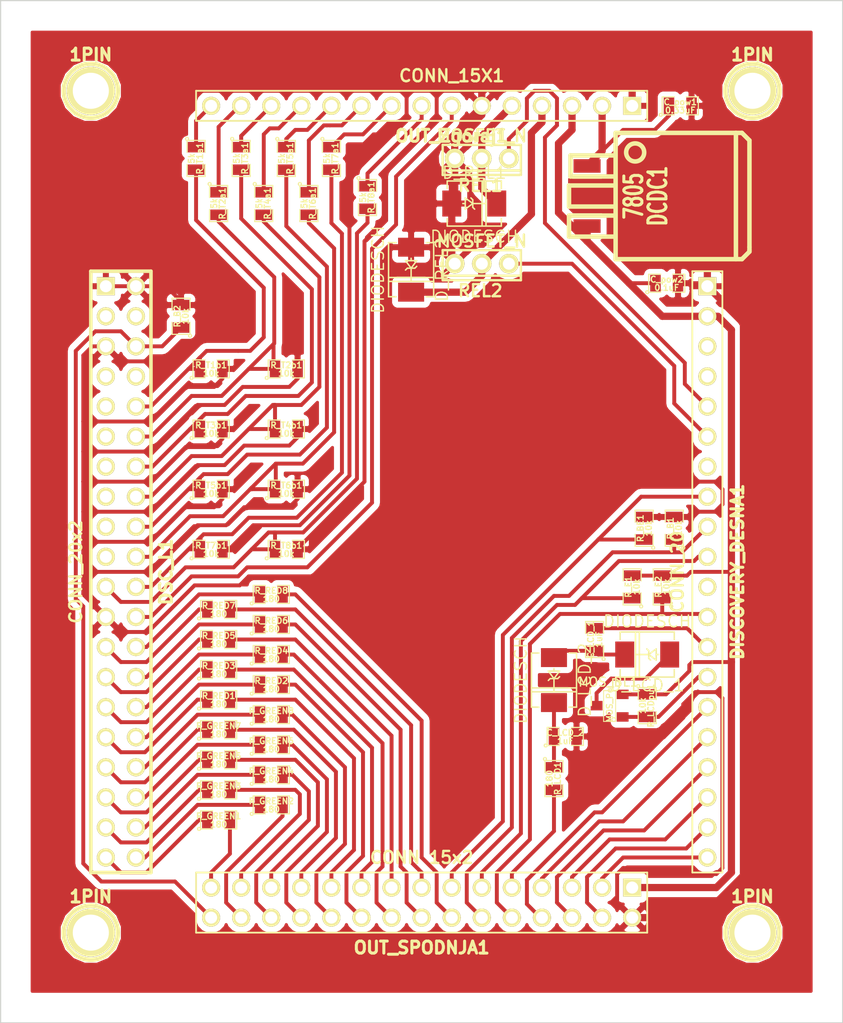
<source format=kicad_pcb>
(kicad_pcb (version 3) (host pcbnew "(2013-07-07 BZR 4022)-stable")
  (title_block (title Vinokuh) (rev 4) (company "Rok Rupnik & Ožbolt Menegatti"))
  (layers (15 F.Cu signal) (0 B.Cu signal) (18 B.Paste user) (19 F.Paste user) (20 B.SilkS user) (21 F.SilkS user) (22 B.Mask user) (23 F.Mask user) (28 Edge.Cuts user))
  (net 0 "")
  (net 1 /5V)
  (net 2 /DB1)
  (net 3 /DBE)
  (net 4 /DBL_onoff)
  (net 5 /DBL_pwm)
  (net 6 /DE1)
  (net 7 /DE2)
  (net 8 /DLg1)
  (net 9 /DLg2)
  (net 10 /DLg3)
  (net 11 /DLg4)
  (net 12 /DLg5)
  (net 13 /DLg6)
  (net 14 /DLg7)
  (net 15 /DLg8)
  (net 16 /DLr1)
  (net 17 /DLr2)
  (net 18 /DLr3)
  (net 19 /DLr4)
  (net 20 /DLr5)
  (net 21 /DLr6)
  (net 22 /DLr7)
  (net 23 /DLr8)
  (net 24 /DR1)
  (net 25 /DR2)
  (net 26 /DT1)
  (net 27 /DT2)
  (net 28 /DT3)
  (net 29 /DT4)
  (net 30 /DT5)
  (net 31 /DT6)
  (net 32 /DT7)
  (net 33 /DT8)
  (net 34 /GND)
  (net 35 /NRST)
  (net 36 /U1)
  (net 37 /U11)
  (net 38 /U12)
  (net 39 /U14)
  (net 40 /U2)
  (net 41 /U3)
  (net 42 /U4)
  (net 43 /U5)
  (net 44 /U6)
  (net 45 /U7)
  (net 46 /U8)
  (net 47 /U9)
  (net 48 /V14)
  (net 49 /V15)
  (net 50 /V16)
  (net 51 /V17)
  (net 52 /V18)
  (net 53 /V19)
  (net 54 /V20)
  (net 55 /V21)
  (net 56 /V22)
  (net 57 /V23)
  (net 58 /V24)
  (net 59 /V25)
  (net 60 /V26)
  (net 61 /V27)
  (net 62 /V28)
  (net 63 /V29)
  (net 64 /V3)
  (net 65 /V4)
  (net 66 /V5)
  (net 67 /V6)
  (net 68 /V7)
  (net 69 /V8)
  (net 70 /V9)
  (net 71 N-0000015)
  (net 72 N-0000016)
  (net 73 N-0000019)
  (module TO263-7805 (layer F.Cu) (at 158.75 69.85 270)
    (fp_text reference DCDC1 (at 0 -5.969 270) (layer F.SilkS) (effects (font (size 1.524 1.016) (thickness 0.254))))
    (fp_text value 7805 (at 0 -3.937 270) (layer F.SilkS) (effects (font (size 1.524 1.016) (thickness 0.254))))
    (pad VI smd rect (at -2.54 0 270) (size 1.143 2.286) (layers F.Cu F.Paste F.Mask) (net 39 /U14))
    (pad GND smd rect (at 0 -10.795 270) (size 10.80008 6.9977) (layers F.Cu F.Paste F.Mask) (net 34 /GND))
    (pad VO smd rect (at 2.54 0 270) (size 1.143 2.286) (layers F.Cu F.Paste F.Mask) (net 1 /5V))
    (pad GND smd rect (at 0 0 270) (size 1.143 2.286) (layers F.Cu F.Paste F.Mask) (net 34 /GND))
  )
  (module SOT23-ozb (layer F.Cu) (at 160.655 112.903 90)
    (fp_text reference MOS_BL1 (at 1.99898 -0.09906 180) (layer F.SilkS) (effects (font (size 0.762 0.762) (thickness 0.11938))))
    (fp_text value MOS_Po (at 0.0635 0 90) (layer F.SilkS) (effects (font (size 0.50038 0.50038) (thickness 0.09906))))
    (pad D smd rect (at 0 -1.09982 90) (size 0.8001 1.00076) (layers F.Cu F.Paste F.Mask) (net 71 N-0000015))
    (pad S smd rect (at 0.9525 1.09982 90) (size 0.8001 1.00076) (layers F.Cu F.Paste F.Mask) (net 1 /5V))
    (pad G smd rect (at -0.9525 1.09982 90) (size 0.8001 1.00076) (layers F.Cu F.Paste F.Mask) (net 4 /DBL_onoff))
  )
  (module SM0805 (layer F.Cu) (at 137.16 66.675 270)
    (fp_text reference R_T7a1 (at 0 -0.3175 270) (layer F.SilkS) (effects (font (size 0.50038 0.50038) (thickness 0.10922))))
    (fp_text value 5k (at 0 0.381 270) (layer F.SilkS) (effects (font (size 0.50038 0.50038) (thickness 0.10922))))
    (pad 1 smd rect (at -0.9525 0 270) (size 0.889 1.397) (layers F.Cu F.Paste F.Mask) (net 45 /U7))
    (pad 2 smd rect (at 0.9525 0 270) (size 0.889 1.397) (layers F.Cu F.Paste F.Mask) (net 32 /DT7))
  )
  (module SM0805 (layer F.Cu) (at 127.635 114.935)
    (fp_text reference R_GREEN7 (at 0 -0.3175) (layer F.SilkS) (effects (font (size 0.50038 0.50038) (thickness 0.10922))))
    (fp_text value 180 (at 0 0.381) (layer F.SilkS) (effects (font (size 0.50038 0.50038) (thickness 0.10922))))
    (pad 1 smd rect (at -0.9525 0) (size 0.889 1.397) (layers F.Cu F.Paste F.Mask) (net 14 /DLg7))
    (pad 2 smd rect (at 0.9525 0) (size 0.889 1.397) (layers F.Cu F.Paste F.Mask) (net 57 /V23))
  )
  (module SM0805 (layer F.Cu) (at 127 84.455)
    (fp_text reference R_T1b1 (at 0 -0.3175) (layer F.SilkS) (effects (font (size 0.50038 0.50038) (thickness 0.10922))))
    (fp_text value 10k (at 0 0.381) (layer F.SilkS) (effects (font (size 0.50038 0.50038) (thickness 0.10922))))
    (pad 1 smd rect (at -0.9525 0) (size 0.889 1.397) (layers F.Cu F.Paste F.Mask) (net 26 /DT1))
    (pad 2 smd rect (at 0.9525 0) (size 0.889 1.397) (layers F.Cu F.Paste F.Mask) (net 34 /GND))
  )
  (module SM0805 (layer F.Cu) (at 127.635 70.485 270)
    (fp_text reference R_T2a1 (at 0 -0.3175 270) (layer F.SilkS) (effects (font (size 0.50038 0.50038) (thickness 0.10922))))
    (fp_text value 5k (at 0 0.381 270) (layer F.SilkS) (effects (font (size 0.50038 0.50038) (thickness 0.10922))))
    (pad 1 smd rect (at -0.9525 0 270) (size 0.889 1.397) (layers F.Cu F.Paste F.Mask) (net 40 /U2))
    (pad 2 smd rect (at 0.9525 0 270) (size 0.889 1.397) (layers F.Cu F.Paste F.Mask) (net 27 /DT2))
  )
  (module SM0805 (layer F.Cu) (at 127 89.535)
    (fp_text reference R_T3b1 (at 0 -0.3175) (layer F.SilkS) (effects (font (size 0.50038 0.50038) (thickness 0.10922))))
    (fp_text value 10k (at 0 0.381) (layer F.SilkS) (effects (font (size 0.50038 0.50038) (thickness 0.10922))))
    (pad 1 smd rect (at -0.9525 0) (size 0.889 1.397) (layers F.Cu F.Paste F.Mask) (net 28 /DT3))
    (pad 2 smd rect (at 0.9525 0) (size 0.889 1.397) (layers F.Cu F.Paste F.Mask) (net 34 /GND))
  )
  (module SM0805 (layer F.Cu) (at 129.54 66.675 270)
    (fp_text reference R_T3a1 (at 0 -0.3175 270) (layer F.SilkS) (effects (font (size 0.50038 0.50038) (thickness 0.10922))))
    (fp_text value 5k (at 0 0.381 270) (layer F.SilkS) (effects (font (size 0.50038 0.50038) (thickness 0.10922))))
    (pad 1 smd rect (at -0.9525 0 270) (size 0.889 1.397) (layers F.Cu F.Paste F.Mask) (net 41 /U3))
    (pad 2 smd rect (at 0.9525 0 270) (size 0.889 1.397) (layers F.Cu F.Paste F.Mask) (net 28 /DT3))
  )
  (module SM0805 (layer F.Cu) (at 133.35 89.535)
    (fp_text reference R_T4b1 (at 0 -0.3175) (layer F.SilkS) (effects (font (size 0.50038 0.50038) (thickness 0.10922))))
    (fp_text value 10k (at 0 0.381) (layer F.SilkS) (effects (font (size 0.50038 0.50038) (thickness 0.10922))))
    (pad 1 smd rect (at -0.9525 0) (size 0.889 1.397) (layers F.Cu F.Paste F.Mask) (net 29 /DT4))
    (pad 2 smd rect (at 0.9525 0) (size 0.889 1.397) (layers F.Cu F.Paste F.Mask) (net 34 /GND))
  )
  (module SM0805 (layer F.Cu) (at 131.445 70.485 270)
    (fp_text reference R_T4a1 (at 0 -0.3175 270) (layer F.SilkS) (effects (font (size 0.50038 0.50038) (thickness 0.10922))))
    (fp_text value 5k (at 0 0.381 270) (layer F.SilkS) (effects (font (size 0.50038 0.50038) (thickness 0.10922))))
    (pad 1 smd rect (at -0.9525 0 270) (size 0.889 1.397) (layers F.Cu F.Paste F.Mask) (net 42 /U4))
    (pad 2 smd rect (at 0.9525 0 270) (size 0.889 1.397) (layers F.Cu F.Paste F.Mask) (net 29 /DT4))
  )
  (module SM0805 (layer F.Cu) (at 127 94.615)
    (fp_text reference R_T5b1 (at 0 -0.3175) (layer F.SilkS) (effects (font (size 0.50038 0.50038) (thickness 0.10922))))
    (fp_text value 10k (at 0 0.381) (layer F.SilkS) (effects (font (size 0.50038 0.50038) (thickness 0.10922))))
    (pad 1 smd rect (at -0.9525 0) (size 0.889 1.397) (layers F.Cu F.Paste F.Mask) (net 30 /DT5))
    (pad 2 smd rect (at 0.9525 0) (size 0.889 1.397) (layers F.Cu F.Paste F.Mask) (net 34 /GND))
  )
  (module SM0805 (layer F.Cu) (at 133.35 66.675 270)
    (fp_text reference R_T5a1 (at 0 -0.3175 270) (layer F.SilkS) (effects (font (size 0.50038 0.50038) (thickness 0.10922))))
    (fp_text value 5k (at 0 0.381 270) (layer F.SilkS) (effects (font (size 0.50038 0.50038) (thickness 0.10922))))
    (pad 1 smd rect (at -0.9525 0 270) (size 0.889 1.397) (layers F.Cu F.Paste F.Mask) (net 43 /U5))
    (pad 2 smd rect (at 0.9525 0 270) (size 0.889 1.397) (layers F.Cu F.Paste F.Mask) (net 30 /DT5))
  )
  (module SM0805 (layer F.Cu) (at 133.35 94.615)
    (fp_text reference R_T6b1 (at 0 -0.3175) (layer F.SilkS) (effects (font (size 0.50038 0.50038) (thickness 0.10922))))
    (fp_text value 10k (at 0 0.381) (layer F.SilkS) (effects (font (size 0.50038 0.50038) (thickness 0.10922))))
    (pad 1 smd rect (at -0.9525 0) (size 0.889 1.397) (layers F.Cu F.Paste F.Mask) (net 31 /DT6))
    (pad 2 smd rect (at 0.9525 0) (size 0.889 1.397) (layers F.Cu F.Paste F.Mask) (net 34 /GND))
  )
  (module SM0805 (layer F.Cu) (at 135.255 70.485 270)
    (fp_text reference R_T6a1 (at 0 -0.3175 270) (layer F.SilkS) (effects (font (size 0.50038 0.50038) (thickness 0.10922))))
    (fp_text value 5k (at 0 0.381 270) (layer F.SilkS) (effects (font (size 0.50038 0.50038) (thickness 0.10922))))
    (pad 1 smd rect (at -0.9525 0 270) (size 0.889 1.397) (layers F.Cu F.Paste F.Mask) (net 44 /U6))
    (pad 2 smd rect (at 0.9525 0 270) (size 0.889 1.397) (layers F.Cu F.Paste F.Mask) (net 31 /DT6))
  )
  (module SM0805 (layer F.Cu) (at 127 99.695)
    (fp_text reference R_T7b1 (at 0 -0.3175) (layer F.SilkS) (effects (font (size 0.50038 0.50038) (thickness 0.10922))))
    (fp_text value 10k (at 0 0.381) (layer F.SilkS) (effects (font (size 0.50038 0.50038) (thickness 0.10922))))
    (pad 1 smd rect (at -0.9525 0) (size 0.889 1.397) (layers F.Cu F.Paste F.Mask) (net 32 /DT7))
    (pad 2 smd rect (at 0.9525 0) (size 0.889 1.397) (layers F.Cu F.Paste F.Mask) (net 34 /GND))
  )
  (module SM0805 (layer F.Cu) (at 133.35 84.455)
    (fp_text reference R_T2b1 (at 0 -0.3175) (layer F.SilkS) (effects (font (size 0.50038 0.50038) (thickness 0.10922))))
    (fp_text value 10k (at 0 0.381) (layer F.SilkS) (effects (font (size 0.50038 0.50038) (thickness 0.10922))))
    (pad 1 smd rect (at -0.9525 0) (size 0.889 1.397) (layers F.Cu F.Paste F.Mask) (net 27 /DT2))
    (pad 2 smd rect (at 0.9525 0) (size 0.889 1.397) (layers F.Cu F.Paste F.Mask) (net 34 /GND))
  )
  (module SM0805 (layer F.Cu) (at 133.35 99.695)
    (fp_text reference R_T8b1 (at 0 -0.3175) (layer F.SilkS) (effects (font (size 0.50038 0.50038) (thickness 0.10922))))
    (fp_text value 10k (at 0 0.381) (layer F.SilkS) (effects (font (size 0.50038 0.50038) (thickness 0.10922))))
    (pad 1 smd rect (at -0.9525 0) (size 0.889 1.397) (layers F.Cu F.Paste F.Mask) (net 33 /DT8))
    (pad 2 smd rect (at 0.9525 0) (size 0.889 1.397) (layers F.Cu F.Paste F.Mask) (net 34 /GND))
  )
  (module SM0805 (layer F.Cu) (at 140.208 69.977 270)
    (fp_text reference R_T8a1 (at 0 -0.3175 270) (layer F.SilkS) (effects (font (size 0.50038 0.50038) (thickness 0.10922))))
    (fp_text value 5k (at 0 0.381 270) (layer F.SilkS) (effects (font (size 0.50038 0.50038) (thickness 0.10922))))
    (pad 1 smd rect (at -0.9525 0 270) (size 0.889 1.397) (layers F.Cu F.Paste F.Mask) (net 46 /U8))
    (pad 2 smd rect (at 0.9525 0 270) (size 0.889 1.397) (layers F.Cu F.Paste F.Mask) (net 33 /DT8))
  )
  (module SM0805 (layer F.Cu) (at 162.56 102.87 90)
    (fp_text reference R_E1 (at 0 -0.3175 90) (layer F.SilkS) (effects (font (size 0.50038 0.50038) (thickness 0.10922))))
    (fp_text value 10k (at 0 0.381 90) (layer F.SilkS) (effects (font (size 0.50038 0.50038) (thickness 0.10922))))
    (pad 1 smd rect (at -0.9525 0 90) (size 0.889 1.397) (layers F.Cu F.Paste F.Mask) (net 6 /DE1))
    (pad 2 smd rect (at 0.9525 0 90) (size 0.889 1.397) (layers F.Cu F.Paste F.Mask) (net 1 /5V))
  )
  (module SM0805 (layer F.Cu) (at 165.1 102.87 90)
    (fp_text reference R_E2 (at 0 -0.3175 90) (layer F.SilkS) (effects (font (size 0.50038 0.50038) (thickness 0.10922))))
    (fp_text value 10k (at 0 0.381 90) (layer F.SilkS) (effects (font (size 0.50038 0.50038) (thickness 0.10922))))
    (pad 1 smd rect (at -0.9525 0 90) (size 0.889 1.397) (layers F.Cu F.Paste F.Mask) (net 7 /DE2))
    (pad 2 smd rect (at 0.9525 0 90) (size 0.889 1.397) (layers F.Cu F.Paste F.Mask) (net 1 /5V))
  )
  (module SM0805 (layer F.Cu) (at 159.385 107.315 90)
    (fp_text reference C_LCD_1 (at 0 -0.3175 90) (layer F.SilkS) (effects (font (size 0.50038 0.50038) (thickness 0.10922))))
    (fp_text value 1uF (at 0 0.381 90) (layer F.SilkS) (effects (font (size 0.50038 0.50038) (thickness 0.10922))))
    (pad 1 smd rect (at -0.9525 0 90) (size 0.889 1.397) (layers F.Cu F.Paste F.Mask) (net 73 N-0000019))
    (pad 2 smd rect (at 0.9525 0 90) (size 0.889 1.397) (layers F.Cu F.Paste F.Mask) (net 5 /DBL_pwm))
  )
  (module SM0805 (layer F.Cu) (at 156.9085 115.5065)
    (fp_text reference C_LCD_2 (at 0 -0.3175) (layer F.SilkS) (effects (font (size 0.50038 0.50038) (thickness 0.10922))))
    (fp_text value 1uF (at 0 0.381) (layer F.SilkS) (effects (font (size 0.50038 0.50038) (thickness 0.10922))))
    (pad 1 smd rect (at -0.9525 0) (size 0.889 1.397) (layers F.Cu F.Paste F.Mask) (net 72 N-0000016))
    (pad 2 smd rect (at 0.9525 0) (size 0.889 1.397) (layers F.Cu F.Paste F.Mask) (net 34 /GND))
  )
  (module SM0805 (layer F.Cu) (at 155.956 119.0625 270)
    (fp_text reference R_LCD1 (at 0 -0.3175 270) (layer F.SilkS) (effects (font (size 0.50038 0.50038) (thickness 0.10922))))
    (fp_text value 180 (at 0 0.381 270) (layer F.SilkS) (effects (font (size 0.50038 0.50038) (thickness 0.10922))))
    (pad 1 smd rect (at -0.9525 0 270) (size 0.889 1.397) (layers F.Cu F.Paste F.Mask) (net 72 N-0000016))
    (pad 2 smd rect (at 0.9525 0 270) (size 0.889 1.397) (layers F.Cu F.Paste F.Mask) (net 70 /V9))
  )
  (module SM0805 (layer F.Cu) (at 163.83 112.903 270)
    (fp_text reference R_LCDpu1 (at 0 -0.3175 270) (layer F.SilkS) (effects (font (size 0.50038 0.50038) (thickness 0.10922))))
    (fp_text value 10k (at 0 0.381 270) (layer F.SilkS) (effects (font (size 0.50038 0.50038) (thickness 0.10922))))
    (pad 1 smd rect (at -0.9525 0 270) (size 0.889 1.397) (layers F.Cu F.Paste F.Mask) (net 1 /5V))
    (pad 2 smd rect (at 0.9525 0 270) (size 0.889 1.397) (layers F.Cu F.Paste F.Mask) (net 4 /DBL_onoff))
  )
  (module SM0805 (layer F.Cu) (at 165.481 77.216)
    (fp_text reference C_pow2 (at 0 -0.3175) (layer F.SilkS) (effects (font (size 0.50038 0.50038) (thickness 0.10922))))
    (fp_text value 0.1uF (at 0 0.381) (layer F.SilkS) (effects (font (size 0.50038 0.50038) (thickness 0.10922))))
    (pad 1 smd rect (at -0.9525 0) (size 0.889 1.397) (layers F.Cu F.Paste F.Mask) (net 1 /5V))
    (pad 2 smd rect (at 0.9525 0) (size 0.889 1.397) (layers F.Cu F.Paste F.Mask) (net 34 /GND))
  )
  (module SM0805 (layer F.Cu) (at 166.624 62.23)
    (fp_text reference C_pow1 (at 0 -0.3175) (layer F.SilkS) (effects (font (size 0.50038 0.50038) (thickness 0.10922))))
    (fp_text value 0.33uF (at 0 0.381) (layer F.SilkS) (effects (font (size 0.50038 0.50038) (thickness 0.10922))))
    (pad 1 smd rect (at -0.9525 0) (size 0.889 1.397) (layers F.Cu F.Paste F.Mask) (net 39 /U14))
    (pad 2 smd rect (at 0.9525 0) (size 0.889 1.397) (layers F.Cu F.Paste F.Mask) (net 34 /GND))
  )
  (module SM0805 (layer F.Cu) (at 127.635 122.555)
    (fp_text reference R_GREEN1 (at 0 -0.3175) (layer F.SilkS) (effects (font (size 0.50038 0.50038) (thickness 0.10922))))
    (fp_text value 180 (at 0 0.381) (layer F.SilkS) (effects (font (size 0.50038 0.50038) (thickness 0.10922))))
    (pad 1 smd rect (at -0.9525 0) (size 0.889 1.397) (layers F.Cu F.Paste F.Mask) (net 8 /DLg1))
    (pad 2 smd rect (at 0.9525 0) (size 0.889 1.397) (layers F.Cu F.Paste F.Mask) (net 63 /V29))
  )
  (module SM0805 (layer F.Cu) (at 125.73 66.675 270)
    (fp_text reference R_T1a1 (at 0 -0.3175 270) (layer F.SilkS) (effects (font (size 0.50038 0.50038) (thickness 0.10922))))
    (fp_text value 5k (at 0 0.381 270) (layer F.SilkS) (effects (font (size 0.50038 0.50038) (thickness 0.10922))))
    (pad 1 smd rect (at -0.9525 0 270) (size 0.889 1.397) (layers F.Cu F.Paste F.Mask) (net 36 /U1))
    (pad 2 smd rect (at 0.9525 0 270) (size 0.889 1.397) (layers F.Cu F.Paste F.Mask) (net 26 /DT1))
  )
  (module SM0805 (layer F.Cu) (at 132.08 103.505)
    (fp_text reference R_RED8 (at 0 -0.3175) (layer F.SilkS) (effects (font (size 0.50038 0.50038) (thickness 0.10922))))
    (fp_text value 180 (at 0 0.381) (layer F.SilkS) (effects (font (size 0.50038 0.50038) (thickness 0.10922))))
    (pad 1 smd rect (at -0.9525 0) (size 0.889 1.397) (layers F.Cu F.Paste F.Mask) (net 23 /DLr8))
    (pad 2 smd rect (at 0.9525 0) (size 0.889 1.397) (layers F.Cu F.Paste F.Mask) (net 48 /V14))
  )
  (module SM0805 (layer F.Cu) (at 132.08 108.585)
    (fp_text reference R_RED4 (at 0 -0.3175) (layer F.SilkS) (effects (font (size 0.50038 0.50038) (thickness 0.10922))))
    (fp_text value 180 (at 0 0.381) (layer F.SilkS) (effects (font (size 0.50038 0.50038) (thickness 0.10922))))
    (pad 1 smd rect (at -0.9525 0) (size 0.889 1.397) (layers F.Cu F.Paste F.Mask) (net 19 /DLr4))
    (pad 2 smd rect (at 0.9525 0) (size 0.889 1.397) (layers F.Cu F.Paste F.Mask) (net 52 /V18))
  )
  (module SM0805 (layer F.Cu) (at 127.635 109.855)
    (fp_text reference R_RED3 (at 0 -0.3175) (layer F.SilkS) (effects (font (size 0.50038 0.50038) (thickness 0.10922))))
    (fp_text value 180 (at 0 0.381) (layer F.SilkS) (effects (font (size 0.50038 0.50038) (thickness 0.10922))))
    (pad 1 smd rect (at -0.9525 0) (size 0.889 1.397) (layers F.Cu F.Paste F.Mask) (net 18 /DLr3))
    (pad 2 smd rect (at 0.9525 0) (size 0.889 1.397) (layers F.Cu F.Paste F.Mask) (net 53 /V19))
  )
  (module SM0805 (layer F.Cu) (at 132.08 106.045)
    (fp_text reference R_RED6 (at 0 -0.3175) (layer F.SilkS) (effects (font (size 0.50038 0.50038) (thickness 0.10922))))
    (fp_text value 180 (at 0 0.381) (layer F.SilkS) (effects (font (size 0.50038 0.50038) (thickness 0.10922))))
    (pad 1 smd rect (at -0.9525 0) (size 0.889 1.397) (layers F.Cu F.Paste F.Mask) (net 21 /DLr6))
    (pad 2 smd rect (at 0.9525 0) (size 0.889 1.397) (layers F.Cu F.Paste F.Mask) (net 50 /V16))
  )
  (module SM0805 (layer F.Cu) (at 127.635 107.315)
    (fp_text reference R_RED5 (at 0 -0.3175) (layer F.SilkS) (effects (font (size 0.50038 0.50038) (thickness 0.10922))))
    (fp_text value 180 (at 0 0.381) (layer F.SilkS) (effects (font (size 0.50038 0.50038) (thickness 0.10922))))
    (pad 1 smd rect (at -0.9525 0) (size 0.889 1.397) (layers F.Cu F.Paste F.Mask) (net 20 /DLr5))
    (pad 2 smd rect (at 0.9525 0) (size 0.889 1.397) (layers F.Cu F.Paste F.Mask) (net 51 /V17))
  )
  (module SM0805 (layer F.Cu) (at 132.08 111.125)
    (fp_text reference R_RED2 (at 0 -0.3175) (layer F.SilkS) (effects (font (size 0.50038 0.50038) (thickness 0.10922))))
    (fp_text value 180 (at 0 0.381) (layer F.SilkS) (effects (font (size 0.50038 0.50038) (thickness 0.10922))))
    (pad 1 smd rect (at -0.9525 0) (size 0.889 1.397) (layers F.Cu F.Paste F.Mask) (net 17 /DLr2))
    (pad 2 smd rect (at 0.9525 0) (size 0.889 1.397) (layers F.Cu F.Paste F.Mask) (net 54 /V20))
  )
  (module SM0805 (layer F.Cu) (at 127.635 112.395)
    (fp_text reference R_RED1 (at 0 -0.3175) (layer F.SilkS) (effects (font (size 0.50038 0.50038) (thickness 0.10922))))
    (fp_text value 180 (at 0 0.381) (layer F.SilkS) (effects (font (size 0.50038 0.50038) (thickness 0.10922))))
    (pad 1 smd rect (at -0.9525 0) (size 0.889 1.397) (layers F.Cu F.Paste F.Mask) (net 16 /DLr1))
    (pad 2 smd rect (at 0.9525 0) (size 0.889 1.397) (layers F.Cu F.Paste F.Mask) (net 55 /V21))
  )
  (module SM0805 (layer F.Cu) (at 166.116 97.917 90)
    (fp_text reference R_B1 (at 0 -0.3175 90) (layer F.SilkS) (effects (font (size 0.50038 0.50038) (thickness 0.10922))))
    (fp_text value 10k (at 0 0.381 90) (layer F.SilkS) (effects (font (size 0.50038 0.50038) (thickness 0.10922))))
    (pad 1 smd rect (at -0.9525 0 90) (size 0.889 1.397) (layers F.Cu F.Paste F.Mask) (net 2 /DB1))
    (pad 2 smd rect (at 0.9525 0 90) (size 0.889 1.397) (layers F.Cu F.Paste F.Mask) (net 34 /GND))
  )
  (module SM0805 (layer F.Cu) (at 163.576 97.917 90)
    (fp_text reference R_BE1 (at 0 -0.3175 90) (layer F.SilkS) (effects (font (size 0.50038 0.50038) (thickness 0.10922))))
    (fp_text value 10k (at 0 0.381 90) (layer F.SilkS) (effects (font (size 0.50038 0.50038) (thickness 0.10922))))
    (pad 1 smd rect (at -0.9525 0 90) (size 0.889 1.397) (layers F.Cu F.Paste F.Mask) (net 3 /DBE))
    (pad 2 smd rect (at 0.9525 0 90) (size 0.889 1.397) (layers F.Cu F.Paste F.Mask) (net 34 /GND))
  )
  (module SM0805 (layer F.Cu) (at 132.08 113.665)
    (fp_text reference R_GREEN8 (at 0 -0.3175) (layer F.SilkS) (effects (font (size 0.50038 0.50038) (thickness 0.10922))))
    (fp_text value 180 (at 0 0.381) (layer F.SilkS) (effects (font (size 0.50038 0.50038) (thickness 0.10922))))
    (pad 1 smd rect (at -0.9525 0) (size 0.889 1.397) (layers F.Cu F.Paste F.Mask) (net 15 /DLg8))
    (pad 2 smd rect (at 0.9525 0) (size 0.889 1.397) (layers F.Cu F.Paste F.Mask) (net 56 /V22))
  )
  (module SM0805 (layer F.Cu) (at 132.08 121.285)
    (fp_text reference R_GREEN2 (at 0 -0.3175) (layer F.SilkS) (effects (font (size 0.50038 0.50038) (thickness 0.10922))))
    (fp_text value 180 (at 0 0.381) (layer F.SilkS) (effects (font (size 0.50038 0.50038) (thickness 0.10922))))
    (pad 1 smd rect (at -0.9525 0) (size 0.889 1.397) (layers F.Cu F.Paste F.Mask) (net 9 /DLg2))
    (pad 2 smd rect (at 0.9525 0) (size 0.889 1.397) (layers F.Cu F.Paste F.Mask) (net 62 /V28))
  )
  (module SM0805 (layer F.Cu) (at 127.635 117.475)
    (fp_text reference R_GREEN5 (at 0 -0.3175) (layer F.SilkS) (effects (font (size 0.50038 0.50038) (thickness 0.10922))))
    (fp_text value 180 (at 0 0.381) (layer F.SilkS) (effects (font (size 0.50038 0.50038) (thickness 0.10922))))
    (pad 1 smd rect (at -0.9525 0) (size 0.889 1.397) (layers F.Cu F.Paste F.Mask) (net 12 /DLg5))
    (pad 2 smd rect (at 0.9525 0) (size 0.889 1.397) (layers F.Cu F.Paste F.Mask) (net 59 /V25))
  )
  (module SM0805 (layer F.Cu) (at 132.08 116.205)
    (fp_text reference R_GREEN6 (at 0 -0.3175) (layer F.SilkS) (effects (font (size 0.50038 0.50038) (thickness 0.10922))))
    (fp_text value 180 (at 0 0.381) (layer F.SilkS) (effects (font (size 0.50038 0.50038) (thickness 0.10922))))
    (pad 1 smd rect (at -0.9525 0) (size 0.889 1.397) (layers F.Cu F.Paste F.Mask) (net 13 /DLg6))
    (pad 2 smd rect (at 0.9525 0) (size 0.889 1.397) (layers F.Cu F.Paste F.Mask) (net 58 /V24))
  )
  (module SM0805 (layer F.Cu) (at 127.635 120.015)
    (fp_text reference R_GREEN3 (at 0 -0.3175) (layer F.SilkS) (effects (font (size 0.50038 0.50038) (thickness 0.10922))))
    (fp_text value 180 (at 0 0.381) (layer F.SilkS) (effects (font (size 0.50038 0.50038) (thickness 0.10922))))
    (pad 1 smd rect (at -0.9525 0) (size 0.889 1.397) (layers F.Cu F.Paste F.Mask) (net 10 /DLg3))
    (pad 2 smd rect (at 0.9525 0) (size 0.889 1.397) (layers F.Cu F.Paste F.Mask) (net 61 /V27))
  )
  (module SM0805 (layer F.Cu) (at 132.08 118.745)
    (fp_text reference R_GREEN4 (at 0 -0.3175) (layer F.SilkS) (effects (font (size 0.50038 0.50038) (thickness 0.10922))))
    (fp_text value 180 (at 0 0.381) (layer F.SilkS) (effects (font (size 0.50038 0.50038) (thickness 0.10922))))
    (pad 1 smd rect (at -0.9525 0) (size 0.889 1.397) (layers F.Cu F.Paste F.Mask) (net 11 /DLg4))
    (pad 2 smd rect (at 0.9525 0) (size 0.889 1.397) (layers F.Cu F.Paste F.Mask) (net 60 /V26))
  )
  (module SM0805 (layer F.Cu) (at 124.46 80.01 90)
    (fp_text reference R_B2 (at 0 -0.3175 90) (layer F.SilkS) (effects (font (size 0.50038 0.50038) (thickness 0.10922))))
    (fp_text value 10k (at 0 0.381 90) (layer F.SilkS) (effects (font (size 0.50038 0.50038) (thickness 0.10922))))
    (pad 1 smd rect (at -0.9525 0 90) (size 0.889 1.397) (layers F.Cu F.Paste F.Mask) (net 35 /NRST))
    (pad 2 smd rect (at 0.9525 0 90) (size 0.889 1.397) (layers F.Cu F.Paste F.Mask) (net 34 /GND))
  )
  (module SM0805 (layer F.Cu) (at 127.635 104.775)
    (fp_text reference R_RED7 (at 0 -0.3175) (layer F.SilkS) (effects (font (size 0.50038 0.50038) (thickness 0.10922))))
    (fp_text value 180 (at 0 0.381) (layer F.SilkS) (effects (font (size 0.50038 0.50038) (thickness 0.10922))))
    (pad 1 smd rect (at -0.9525 0) (size 0.889 1.397) (layers F.Cu F.Paste F.Mask) (net 22 /DLr7))
    (pad 2 smd rect (at 0.9525 0) (size 0.889 1.397) (layers F.Cu F.Paste F.Mask) (net 49 /V15))
  )
  (module PIN_ARRAY_20X2 (layer F.Cu) (at 119.38 101.6 270)
    (fp_text reference DSC_L1 (at 0 -3.81 270) (layer F.SilkS) (effects (font (size 1.016 1.016) (thickness 0.27432))))
    (fp_text value CONN_20x2 (at 0 3.81 270) (layer F.SilkS) (effects (font (size 1.016 1.016) (thickness 0.2032))))
    (pad 1 thru_hole rect (at -24.13 1.27 270) (size 1.524 1.524) (drill 1.016) (layers *.Cu *.Mask F.SilkS) (net 34 /GND))
    (pad 2 thru_hole circle (at -24.13 -1.27 270) (size 1.524 1.524) (drill 1.016) (layers *.Cu *.Mask F.SilkS) (net 34 /GND))
    (pad 11 thru_hole circle (at -11.43 1.27 270) (size 1.524 1.524) (drill 1.016) (layers *.Cu *.Mask F.SilkS))
    (pad 4 thru_hole circle (at -21.59 -1.27 270) (size 1.524 1.524) (drill 1.016) (layers *.Cu *.Mask F.SilkS))
    (pad 13 thru_hole circle (at -8.89 1.27 270) (size 1.524 1.524) (drill 1.016) (layers *.Cu *.Mask F.SilkS))
    (pad 6 thru_hole circle (at -19.05 -1.27 270) (size 1.524 1.524) (drill 1.016) (layers *.Cu *.Mask F.SilkS) (net 35 /NRST))
    (pad 15 thru_hole circle (at -6.35 1.27 270) (size 1.524 1.524) (drill 1.016) (layers *.Cu *.Mask F.SilkS))
    (pad 8 thru_hole circle (at -16.51 -1.27 270) (size 1.524 1.524) (drill 1.016) (layers *.Cu *.Mask F.SilkS))
    (pad 17 thru_hole circle (at -3.81 1.27 270) (size 1.524 1.524) (drill 1.016) (layers *.Cu *.Mask F.SilkS))
    (pad 10 thru_hole circle (at -13.97 -1.27 270) (size 1.524 1.524) (drill 1.016) (layers *.Cu *.Mask F.SilkS) (net 26 /DT1))
    (pad 19 thru_hole circle (at -1.27 1.27 270) (size 1.524 1.524) (drill 1.016) (layers *.Cu *.Mask F.SilkS))
    (pad 12 thru_hole circle (at -11.43 -1.27 270) (size 1.524 1.524) (drill 1.016) (layers *.Cu *.Mask F.SilkS) (net 27 /DT2))
    (pad 21 thru_hole circle (at 1.27 1.27 270) (size 1.524 1.524) (drill 1.016) (layers *.Cu *.Mask F.SilkS) (net 33 /DT8))
    (pad 14 thru_hole circle (at -8.89 -1.27 270) (size 1.524 1.524) (drill 1.016) (layers *.Cu *.Mask F.SilkS) (net 28 /DT3))
    (pad 23 thru_hole circle (at 3.81 1.27 270) (size 1.524 1.524) (drill 1.016) (layers *.Cu *.Mask F.SilkS) (net 34 /GND))
    (pad 16 thru_hole circle (at -6.35 -1.27 270) (size 1.524 1.524) (drill 1.016) (layers *.Cu *.Mask F.SilkS) (net 29 /DT4))
    (pad 25 thru_hole circle (at 6.35 1.27 270) (size 1.524 1.524) (drill 1.016) (layers *.Cu *.Mask F.SilkS) (net 22 /DLr7))
    (pad 18 thru_hole circle (at -3.81 -1.27 270) (size 1.524 1.524) (drill 1.016) (layers *.Cu *.Mask F.SilkS) (net 30 /DT5))
    (pad 27 thru_hole circle (at 8.89 1.27 270) (size 1.524 1.524) (drill 1.016) (layers *.Cu *.Mask F.SilkS) (net 20 /DLr5))
    (pad 20 thru_hole circle (at -1.27 -1.27 270) (size 1.524 1.524) (drill 1.016) (layers *.Cu *.Mask F.SilkS) (net 31 /DT6))
    (pad 29 thru_hole circle (at 11.43 1.27 270) (size 1.524 1.524) (drill 1.016) (layers *.Cu *.Mask F.SilkS) (net 18 /DLr3))
    (pad 22 thru_hole circle (at 1.27 -1.27 270) (size 1.524 1.524) (drill 1.016) (layers *.Cu *.Mask F.SilkS) (net 32 /DT7))
    (pad 31 thru_hole circle (at 13.97 1.27 270) (size 1.524 1.524) (drill 1.016) (layers *.Cu *.Mask F.SilkS) (net 16 /DLr1))
    (pad 24 thru_hole circle (at 3.81 -1.27 270) (size 1.524 1.524) (drill 1.016) (layers *.Cu *.Mask F.SilkS) (net 47 /U9))
    (pad 26 thru_hole circle (at 6.35 -1.27 270) (size 1.524 1.524) (drill 1.016) (layers *.Cu *.Mask F.SilkS) (net 23 /DLr8))
    (pad 33 thru_hole circle (at 16.51 1.27 270) (size 1.524 1.524) (drill 1.016) (layers *.Cu *.Mask F.SilkS) (net 14 /DLg7))
    (pad 28 thru_hole circle (at 8.89 -1.27 270) (size 1.524 1.524) (drill 1.016) (layers *.Cu *.Mask F.SilkS) (net 21 /DLr6))
    (pad 32 thru_hole circle (at 13.97 -1.27 270) (size 1.524 1.524) (drill 1.016) (layers *.Cu *.Mask F.SilkS) (net 17 /DLr2))
    (pad 34 thru_hole circle (at 16.51 -1.27 270) (size 1.524 1.524) (drill 1.016) (layers *.Cu *.Mask F.SilkS) (net 15 /DLg8))
    (pad 36 thru_hole circle (at 19.05 -1.27 270) (size 1.524 1.524) (drill 1.016) (layers *.Cu *.Mask F.SilkS) (net 13 /DLg6))
    (pad 38 thru_hole circle (at 21.59 -1.27 270) (size 1.524 1.524) (drill 1.016) (layers *.Cu *.Mask F.SilkS) (net 11 /DLg4))
    (pad 35 thru_hole circle (at 19.05 1.27 270) (size 1.524 1.524) (drill 1.016) (layers *.Cu *.Mask F.SilkS) (net 12 /DLg5))
    (pad 37 thru_hole circle (at 21.59 1.27 270) (size 1.524 1.524) (drill 1.016) (layers *.Cu *.Mask F.SilkS) (net 10 /DLg3))
    (pad 3 thru_hole circle (at -21.59 1.27 270) (size 1.524 1.524) (drill 1.016) (layers *.Cu *.Mask F.SilkS))
    (pad 5 thru_hole circle (at -19.05 1.27 270) (size 1.524 1.524) (drill 1.016) (layers *.Cu *.Mask F.SilkS) (net 34 /GND))
    (pad 7 thru_hole circle (at -16.51 1.27 270) (size 1.524 1.524) (drill 1.016) (layers *.Cu *.Mask F.SilkS))
    (pad 9 thru_hole circle (at -13.97 1.27 270) (size 1.524 1.524) (drill 1.016) (layers *.Cu *.Mask F.SilkS))
    (pad 39 thru_hole circle (at 24.13 1.27 270) (size 1.524 1.524) (drill 1.016) (layers *.Cu *.Mask F.SilkS) (net 8 /DLg1))
    (pad 40 thru_hole circle (at 24.13 -1.27 270) (size 1.524 1.524) (drill 1.016) (layers *.Cu *.Mask F.SilkS) (net 9 /DLg2))
    (pad 30 thru_hole circle (at 11.43 -1.27 270) (size 1.524 1.524) (drill 1.016) (layers *.Cu *.Mask F.SilkS) (net 19 /DLr4))
  )
  (module PIN_ARRAY_20 (layer F.Cu) (at 168.91 101.6 270)
    (fp_text reference DISCOVERY_DESNA1 (at 0 -2.54 270) (layer F.SilkS) (effects (font (size 1.016 1.016) (thickness 0.27432))))
    (fp_text value CONN_20 (at 0 2.54 270) (layer F.SilkS) (effects (font (size 1.016 1.016) (thickness 0.2032))))
    (pad 1 thru_hole rect (at -24.13 0 270) (size 1.524 1.524) (drill 1.016) (layers *.Cu *.Mask F.SilkS) (net 34 /GND))
    (pad 2 thru_hole circle (at -21.59 0 270) (size 1.524 1.524) (drill 1.016) (layers *.Cu *.Mask F.SilkS) (net 1 /5V))
    (pad 11 thru_hole circle (at 1.27 0 270) (size 1.524 1.524) (drill 1.016) (layers *.Cu *.Mask F.SilkS))
    (pad 4 thru_hole circle (at -16.51 0 270) (size 1.524 1.524) (drill 1.016) (layers *.Cu *.Mask F.SilkS))
    (pad 13 thru_hole circle (at 6.35 0 270) (size 1.524 1.524) (drill 1.016) (layers *.Cu *.Mask F.SilkS) (net 5 /DBL_pwm))
    (pad 6 thru_hole circle (at -11.43 0 270) (size 1.524 1.524) (drill 1.016) (layers *.Cu *.Mask F.SilkS) (net 25 /DR2))
    (pad 15 thru_hole circle (at 11.43 0 270) (size 1.524 1.524) (drill 1.016) (layers *.Cu *.Mask F.SilkS) (net 69 /V8))
    (pad 8 thru_hole circle (at -6.35 0 270) (size 1.524 1.524) (drill 1.016) (layers *.Cu *.Mask F.SilkS) (net 3 /DBE))
    (pad 17 thru_hole circle (at 16.51 0 270) (size 1.524 1.524) (drill 1.016) (layers *.Cu *.Mask F.SilkS) (net 67 /V6))
    (pad 10 thru_hole circle (at -1.27 0 270) (size 1.524 1.524) (drill 1.016) (layers *.Cu *.Mask F.SilkS) (net 6 /DE1))
    (pad 19 thru_hole circle (at 21.59 0 270) (size 1.524 1.524) (drill 1.016) (layers *.Cu *.Mask F.SilkS) (net 65 /V4))
    (pad 12 thru_hole circle (at 3.81 0 270) (size 1.524 1.524) (drill 1.016) (layers *.Cu *.Mask F.SilkS) (net 7 /DE2))
    (pad 14 thru_hole circle (at 8.89 0 270) (size 1.524 1.524) (drill 1.016) (layers *.Cu *.Mask F.SilkS) (net 4 /DBL_onoff))
    (pad 16 thru_hole circle (at 13.97 0 270) (size 1.524 1.524) (drill 1.016) (layers *.Cu *.Mask F.SilkS) (net 68 /V7))
    (pad 18 thru_hole circle (at 19.05 0 270) (size 1.524 1.524) (drill 1.016) (layers *.Cu *.Mask F.SilkS) (net 66 /V5))
    (pad 20 thru_hole circle (at 24.13 0 270) (size 1.524 1.524) (drill 1.016) (layers *.Cu *.Mask F.SilkS) (net 64 /V3))
    (pad 3 thru_hole circle (at -19.05 0 270) (size 1.524 1.524) (drill 1.016) (layers *.Cu *.Mask F.SilkS))
    (pad 5 thru_hole circle (at -13.97 0 270) (size 1.524 1.524) (drill 1.016) (layers *.Cu *.Mask F.SilkS) (net 24 /DR1))
    (pad 7 thru_hole circle (at -8.89 0 270) (size 1.524 1.524) (drill 1.016) (layers *.Cu *.Mask F.SilkS))
    (pad 9 thru_hole circle (at -3.81 0 270) (size 1.524 1.524) (drill 1.016) (layers *.Cu *.Mask F.SilkS) (net 2 /DB1))
  )
  (module PIN_ARRAY_15X2 (layer F.Cu) (at 144.78 129.54 180)
    (fp_text reference OUT_SPODNJA1 (at 0 -3.81 180) (layer F.SilkS) (effects (font (size 1.016 1.016) (thickness 0.27432))))
    (fp_text value "CONN 15x2" (at 0 3.81 180) (layer F.SilkS) (effects (font (size 1.016 1.016) (thickness 0.2032))))
    (pad 1 thru_hole rect (at -17.78 1.27 180) (size 1.524 1.524) (drill 1.016) (layers *.Cu *.Mask F.SilkS) (net 1 /5V))
    (pad 2 thru_hole circle (at -17.78 -1.27 180) (size 1.524 1.524) (drill 1.016) (layers *.Cu *.Mask F.SilkS) (net 34 /GND))
    (pad 11 thru_hole circle (at -5.08 1.27 180) (size 1.524 1.524) (drill 1.016) (layers *.Cu *.Mask F.SilkS) (net 6 /DE1))
    (pad 4 thru_hole circle (at -15.24 -1.27 180) (size 1.524 1.524) (drill 1.016) (layers *.Cu *.Mask F.SilkS) (net 65 /V4))
    (pad 13 thru_hole circle (at -2.54 1.27 180) (size 1.524 1.524) (drill 1.016) (layers *.Cu *.Mask F.SilkS) (net 3 /DBE))
    (pad 6 thru_hole circle (at -12.7 -1.27 180) (size 1.524 1.524) (drill 1.016) (layers *.Cu *.Mask F.SilkS) (net 67 /V6))
    (pad 15 thru_hole circle (at 0 1.27 180) (size 1.524 1.524) (drill 1.016) (layers *.Cu *.Mask F.SilkS) (net 49 /V15))
    (pad 8 thru_hole circle (at -10.16 -1.27 180) (size 1.524 1.524) (drill 1.016) (layers *.Cu *.Mask F.SilkS) (net 69 /V8))
    (pad 17 thru_hole circle (at 2.54 1.27 180) (size 1.524 1.524) (drill 1.016) (layers *.Cu *.Mask F.SilkS) (net 51 /V17))
    (pad 10 thru_hole circle (at -7.62 -1.27 180) (size 1.524 1.524) (drill 1.016) (layers *.Cu *.Mask F.SilkS) (net 7 /DE2))
    (pad 19 thru_hole circle (at 5.08 1.27 180) (size 1.524 1.524) (drill 1.016) (layers *.Cu *.Mask F.SilkS) (net 53 /V19))
    (pad 12 thru_hole circle (at -5.08 -1.27 180) (size 1.524 1.524) (drill 1.016) (layers *.Cu *.Mask F.SilkS) (net 2 /DB1))
    (pad 21 thru_hole circle (at 7.62 1.27 180) (size 1.524 1.524) (drill 1.016) (layers *.Cu *.Mask F.SilkS) (net 55 /V21))
    (pad 14 thru_hole circle (at -2.54 -1.27 180) (size 1.524 1.524) (drill 1.016) (layers *.Cu *.Mask F.SilkS) (net 48 /V14))
    (pad 23 thru_hole circle (at 10.16 1.27 180) (size 1.524 1.524) (drill 1.016) (layers *.Cu *.Mask F.SilkS) (net 57 /V23))
    (pad 16 thru_hole circle (at 0 -1.27 180) (size 1.524 1.524) (drill 1.016) (layers *.Cu *.Mask F.SilkS) (net 50 /V16))
    (pad 25 thru_hole circle (at 12.7 1.27 180) (size 1.524 1.524) (drill 1.016) (layers *.Cu *.Mask F.SilkS) (net 59 /V25))
    (pad 18 thru_hole circle (at 2.54 -1.27 180) (size 1.524 1.524) (drill 1.016) (layers *.Cu *.Mask F.SilkS) (net 52 /V18))
    (pad 27 thru_hole circle (at 15.24 1.27 180) (size 1.524 1.524) (drill 1.016) (layers *.Cu *.Mask F.SilkS) (net 61 /V27))
    (pad 20 thru_hole circle (at 5.08 -1.27 180) (size 1.524 1.524) (drill 1.016) (layers *.Cu *.Mask F.SilkS) (net 54 /V20))
    (pad 29 thru_hole circle (at 17.78 1.27 180) (size 1.524 1.524) (drill 1.016) (layers *.Cu *.Mask F.SilkS) (net 63 /V29))
    (pad 22 thru_hole circle (at 7.62 -1.27 180) (size 1.524 1.524) (drill 1.016) (layers *.Cu *.Mask F.SilkS) (net 56 /V22))
    (pad 24 thru_hole circle (at 10.16 -1.27 180) (size 1.524 1.524) (drill 1.016) (layers *.Cu *.Mask F.SilkS) (net 58 /V24))
    (pad 26 thru_hole circle (at 12.7 -1.27 180) (size 1.524 1.524) (drill 1.016) (layers *.Cu *.Mask F.SilkS) (net 60 /V26))
    (pad 28 thru_hole circle (at 15.24 -1.27 180) (size 1.524 1.524) (drill 1.016) (layers *.Cu *.Mask F.SilkS) (net 62 /V28))
    (pad 3 thru_hole circle (at -15.24 1.27 180) (size 1.524 1.524) (drill 1.016) (layers *.Cu *.Mask F.SilkS) (net 64 /V3))
    (pad 5 thru_hole circle (at -12.7 1.27 180) (size 1.524 1.524) (drill 1.016) (layers *.Cu *.Mask F.SilkS) (net 66 /V5))
    (pad 7 thru_hole circle (at -10.16 1.27 180) (size 1.524 1.524) (drill 1.016) (layers *.Cu *.Mask F.SilkS) (net 68 /V7))
    (pad 9 thru_hole circle (at -7.62 1.27 180) (size 1.524 1.524) (drill 1.016) (layers *.Cu *.Mask F.SilkS) (net 70 /V9))
    (pad 30 thru_hole circle (at 17.78 -1.27 180) (size 1.524 1.524) (drill 1.016) (layers *.Cu *.Mask F.SilkS) (net 35 /NRST))
  )
  (module PIN_ARRAY_15 (layer F.Cu) (at 147.32 62.23 180)
    (fp_text reference OUT_Zgoraj1 (at 0 -2.54 180) (layer F.SilkS) (effects (font (size 1.016 1.016) (thickness 0.27432))))
    (fp_text value CONN_15X1 (at 0 2.54 180) (layer F.SilkS) (effects (font (size 1.016 1.016) (thickness 0.2032))))
    (pad 1 thru_hole rect (at -15.24 0 180) (size 1.524 1.524) (drill 1.016) (layers *.Cu *.Mask F.SilkS) (net 34 /GND))
    (pad 2 thru_hole circle (at -12.7 0 180) (size 1.524 1.524) (drill 1.016) (layers *.Cu *.Mask F.SilkS) (net 39 /U14))
    (pad 11 thru_hole circle (at 10.16 0 180) (size 1.524 1.524) (drill 1.016) (layers *.Cu *.Mask F.SilkS) (net 43 /U5))
    (pad 4 thru_hole circle (at -7.62 0 180) (size 1.524 1.524) (drill 1.016) (layers *.Cu *.Mask F.SilkS) (net 38 /U12))
    (pad 13 thru_hole circle (at 15.24 0 180) (size 1.524 1.524) (drill 1.016) (layers *.Cu *.Mask F.SilkS) (net 41 /U3))
    (pad 6 thru_hole circle (at -2.54 0 180) (size 1.524 1.524) (drill 1.016) (layers *.Cu *.Mask F.SilkS) (net 34 /GND))
    (pad 15 thru_hole circle (at 20.32 0 180) (size 1.524 1.524) (drill 1.016) (layers *.Cu *.Mask F.SilkS) (net 36 /U1))
    (pad 8 thru_hole circle (at 2.54 0 180) (size 1.524 1.524) (drill 1.016) (layers *.Cu *.Mask F.SilkS) (net 46 /U8))
    (pad 10 thru_hole circle (at 7.62 0 180) (size 1.524 1.524) (drill 1.016) (layers *.Cu *.Mask F.SilkS) (net 44 /U6))
    (pad 12 thru_hole circle (at 12.7 0 180) (size 1.524 1.524) (drill 1.016) (layers *.Cu *.Mask F.SilkS) (net 42 /U4))
    (pad 14 thru_hole circle (at 17.78 0 180) (size 1.524 1.524) (drill 1.016) (layers *.Cu *.Mask F.SilkS) (net 40 /U2))
    (pad 3 thru_hole circle (at -10.16 0 180) (size 1.524 1.524) (drill 1.016) (layers *.Cu *.Mask F.SilkS) (net 1 /5V))
    (pad 5 thru_hole circle (at -5.08 0 180) (size 1.524 1.524) (drill 1.016) (layers *.Cu *.Mask F.SilkS) (net 37 /U11))
    (pad 7 thru_hole circle (at 0 0 180) (size 1.524 1.524) (drill 1.016) (layers *.Cu *.Mask F.SilkS) (net 47 /U9))
    (pad 9 thru_hole circle (at 5.08 0 180) (size 1.524 1.524) (drill 1.016) (layers *.Cu *.Mask F.SilkS) (net 45 /U7))
  )
  (module IPAKGDS (layer F.Cu) (at 149.86 66.675)
    (fp_text reference REL1 (at -0.127 2.286) (layer F.SilkS) (effects (font (size 1.016 1.016) (thickness 0.2032))))
    (fp_text value MOSFET_N (at 0 -1.905) (layer F.SilkS) (effects (font (size 1.016 1.016) (thickness 0.2032))))
    (pad D thru_hole circle (at 0 0) (size 1.651 1.651) (drill 1.016) (layers *.Cu *.Mask F.SilkS) (net 37 /U11))
    (pad S thru_hole circle (at -2.286 0) (size 1.651 1.651) (drill 1.016) (layers *.Cu *.Mask F.SilkS) (net 34 /GND))
    (pad G thru_hole circle (at 2.286 0) (size 1.651 1.651) (drill 1.016) (layers *.Cu *.Mask F.SilkS) (net 24 /DR1))
  )
  (module IPAKGDS (layer F.Cu) (at 149.86 75.565)
    (fp_text reference REL2 (at -0.127 2.286) (layer F.SilkS) (effects (font (size 1.016 1.016) (thickness 0.2032))))
    (fp_text value MOSFET_N (at 0 -1.905) (layer F.SilkS) (effects (font (size 1.016 1.016) (thickness 0.2032))))
    (pad D thru_hole circle (at 0 0) (size 1.651 1.651) (drill 1.016) (layers *.Cu *.Mask F.SilkS) (net 38 /U12))
    (pad S thru_hole circle (at -2.286 0) (size 1.651 1.651) (drill 1.016) (layers *.Cu *.Mask F.SilkS) (net 34 /GND))
    (pad G thru_hole circle (at 2.286 0) (size 1.651 1.651) (drill 1.016) (layers *.Cu *.Mask F.SilkS) (net 25 /DR2))
  )
  (module "DO-214AC(SMA)" (layer F.Cu) (at 155.956 110.744 270)
    (fp_text reference D_LCD_2 (at 0 -2.60096 270) (layer F.SilkS) (effects (font (size 1.00076 1.00076) (thickness 0.11938))))
    (fp_text value DIODESCH (at 0 2.79908 270) (layer F.SilkS) (effects (font (size 1.00076 1.00076) (thickness 0.11938))))
    (pad 1 smd rect (at -1.89992 0 270) (size 1.6002 2.19964) (layers F.Cu F.Paste F.Mask) (net 73 N-0000019))
    (pad 2 smd rect (at 1.89992 0 270) (size 1.6002 2.19964) (layers F.Cu F.Paste F.Mask) (net 72 N-0000016))
  )
  (module "DO-214AC(SMA)" (layer F.Cu) (at 163.83 108.585 180)
    (fp_text reference D_LCD_1 (at 0 -2.60096 180) (layer F.SilkS) (effects (font (size 1.00076 1.00076) (thickness 0.11938))))
    (fp_text value DIODESCH (at 0 2.79908 180) (layer F.SilkS) (effects (font (size 1.00076 1.00076) (thickness 0.11938))))
    (pad 1 smd rect (at -1.89992 0 180) (size 1.6002 2.19964) (layers F.Cu F.Paste F.Mask) (net 71 N-0000015))
    (pad 2 smd rect (at 1.89992 0 180) (size 1.6002 2.19964) (layers F.Cu F.Paste F.Mask) (net 73 N-0000019))
  )
  (module "DO-214AC(SMA)" (layer F.Cu) (at 149.225 70.485)
    (fp_text reference D_REL1 (at 0 -2.60096) (layer F.SilkS) (effects (font (size 1.00076 1.00076) (thickness 0.11938))))
    (fp_text value DIODESCH (at 0 2.79908) (layer F.SilkS) (effects (font (size 1.00076 1.00076) (thickness 0.11938))))
    (pad 1 smd rect (at -1.89992 0) (size 1.6002 2.19964) (layers F.Cu F.Paste F.Mask) (net 34 /GND))
    (pad 2 smd rect (at 1.89992 0) (size 1.6002 2.19964) (layers F.Cu F.Paste F.Mask) (net 37 /U11))
  )
  (module "DO-214AC(SMA)" (layer F.Cu) (at 143.891 76.073 270)
    (fp_text reference D_REL2 (at 0 -2.60096 270) (layer F.SilkS) (effects (font (size 1.00076 1.00076) (thickness 0.11938))))
    (fp_text value DIODESCH (at 0 2.79908 270) (layer F.SilkS) (effects (font (size 1.00076 1.00076) (thickness 0.11938))))
    (pad 1 smd rect (at -1.89992 0 270) (size 1.6002 2.19964) (layers F.Cu F.Paste F.Mask) (net 34 /GND))
    (pad 2 smd rect (at 1.89992 0 270) (size 1.6002 2.19964) (layers F.Cu F.Paste F.Mask) (net 38 /U12))
  )
  (module 1pin (layer F.Cu) (at 116.84 60.96)
    (fp_text reference 1PIN (at 0 -3.048) (layer F.SilkS) (effects (font (size 1.016 1.016) (thickness 0.254))))
    (fp_text value P*** hide)
    (pad 1 thru_hole circle (at 0 0) (size 4.064 4.064) (drill 3.048) (layers *.Cu *.Mask F.SilkS))
  )
  (module 1pin (layer F.Cu) (at 116.84 132.08)
    (fp_text reference 1PIN (at 0 -3.048) (layer F.SilkS) (effects (font (size 1.016 1.016) (thickness 0.254))))
    (fp_text value P*** hide)
    (pad 1 thru_hole circle (at 0 0) (size 4.064 4.064) (drill 3.048) (layers *.Cu *.Mask F.SilkS))
  )
  (module 1pin (layer F.Cu) (at 172.72 132.08)
    (fp_text reference 1PIN (at 0 -3.048) (layer F.SilkS) (effects (font (size 1.016 1.016) (thickness 0.254))))
    (fp_text value P*** hide)
    (pad 1 thru_hole circle (at 0 0) (size 4.064 4.064) (drill 3.048) (layers *.Cu *.Mask F.SilkS))
  )
  (module 1pin (layer F.Cu) (at 172.72 60.96)
    (fp_text reference 1PIN (at 0 -3.048) (layer F.SilkS) (effects (font (size 1.016 1.016) (thickness 0.254))))
    (fp_text value P*** hide)
    (pad 1 thru_hole circle (at 0 0) (size 4.064 4.064) (drill 3.048) (layers *.Cu *.Mask F.SilkS))
  )
  (gr_line (start 109.22 53.34) (end 180.34 53.34) (angle 90) (layer Edge.Cuts) (width 0.1))
  (gr_line (start 109.22 139.7) (end 109.22 53.34) (angle 90) (layer Edge.Cuts) (width 0.1))
  (gr_line (start 180.34 139.7) (end 109.22 139.7) (angle 90) (layer Edge.Cuts) (width 0.1))
  (gr_line (start 180.34 53.34) (end 180.34 139.7) (angle 90) (layer Edge.Cuts) (width 0.1))
  (segment (start 165.1 101.9175) (end 167.1955 101.9175) (width 0.3302) (layer F.Cu) (net 1))
  (segment (start 167.513 101.6) (end 170.942 101.6) (width 0.3302) (layer F.Cu) (net 1))
  (segment (start 167.1955 101.9175) (end 167.513 101.6) (width 0.3302) (layer F.Cu) (net 1))
  (segment (start 163.83 111.9505) (end 161.75482 111.9505) (width 0.3302) (layer F.Cu) (net 1))
  (segment (start 163.83 111.9505) (end 165.4175 111.9505) (width 0.3302) (layer F.Cu) (net 1))
  (segment (start 167.64 109.22) (end 170.942 109.22) (width 0.3302) (layer F.Cu) (net 1))
  (segment (start 167.386 109.474) (end 167.64 109.22) (width 0.3302) (layer F.Cu) (net 1))
  (segment (start 167.386 109.982) (end 167.386 109.474) (width 0.3302) (layer F.Cu) (net 1))
  (segment (start 165.4175 111.9505) (end 167.386 109.982) (width 0.3302) (layer F.Cu) (net 1))
  (segment (start 170.942 104.14) (end 170.942 109.22) (width 0.6096) (layer F.Cu) (net 1))
  (segment (start 170.942 109.22) (end 170.942 127) (width 0.6096) (layer F.Cu) (net 1))
  (segment (start 170.942 127) (end 169.672 128.27) (width 0.6096) (layer F.Cu) (net 1))
  (segment (start 169.672 128.27) (end 162.56 128.27) (width 0.6096) (layer F.Cu) (net 1))
  (segment (start 168.91 80.01) (end 169.799 80.01) (width 0.6096) (layer F.Cu) (net 1))
  (segment (start 169.799 80.01) (end 170.942 81.153) (width 0.6096) (layer F.Cu) (net 1))
  (segment (start 170.942 81.153) (end 170.942 101.6) (width 0.6096) (layer F.Cu) (net 1))
  (segment (start 170.942 101.6) (end 170.942 104.14) (width 0.6096) (layer F.Cu) (net 1))
  (segment (start 170.942 104.14) (end 170.815 104.14) (width 0.3302) (layer F.Cu) (net 1))
  (segment (start 170.815 104.14) (end 170.942 104.14) (width 0.3302) (layer F.Cu) (net 1))
  (segment (start 162.56 101.9175) (end 165.1 101.9175) (width 0.3302) (layer F.Cu) (net 1))
  (segment (start 164.5285 77.216) (end 162.306 77.216) (width 0.3302) (layer F.Cu) (net 1))
  (segment (start 158.75 72.39) (end 158.75 73.66) (width 0.6096) (layer F.Cu) (net 1))
  (segment (start 158.75 73.66) (end 158.75 73.533) (width 0.6096) (layer F.Cu) (net 1))
  (segment (start 158.75 73.533) (end 158.75 73.66) (width 0.6096) (layer F.Cu) (net 1))
  (segment (start 158.75 72.39) (end 157.48 72.39) (width 0.6096) (layer F.Cu) (net 1))
  (segment (start 157.48 62.23) (end 157.48 64.262) (width 0.6096) (layer F.Cu) (net 1))
  (segment (start 165.1 80.01) (end 168.91 80.01) (width 0.6096) (layer F.Cu) (net 1))
  (segment (start 158.75 73.66) (end 162.306 77.216) (width 0.6096) (layer F.Cu) (net 1))
  (segment (start 162.306 77.216) (end 165.1 80.01) (width 0.6096) (layer F.Cu) (net 1))
  (segment (start 156.337 71.247) (end 157.48 72.39) (width 0.6096) (layer F.Cu) (net 1))
  (segment (start 157.48 72.39) (end 158.75 73.66) (width 0.6096) (layer F.Cu) (net 1))
  (segment (start 156.337 65.405) (end 156.337 71.247) (width 0.6096) (layer F.Cu) (net 1))
  (segment (start 157.48 64.262) (end 156.337 65.405) (width 0.6096) (layer F.Cu) (net 1))
  (segment (start 166.116 98.8695) (end 166.116 99.949) (width 0.3302) (layer F.Cu) (net 2))
  (segment (start 168.91 97.79) (end 166.751 99.949) (width 0.3302) (layer F.Cu) (net 2))
  (segment (start 160.909 99.949) (end 159.893 100.965) (width 0.3302) (layer F.Cu) (net 2))
  (segment (start 166.751 99.949) (end 166.116 99.949) (width 0.3302) (layer F.Cu) (net 2))
  (segment (start 166.116 99.949) (end 160.909 99.949) (width 0.3302) (layer F.Cu) (net 2))
  (segment (start 148.59 129.54) (end 149.86 130.81) (width 0.3302) (layer F.Cu) (net 2))
  (segment (start 148.59 127) (end 148.59 129.54) (width 0.3302) (layer F.Cu) (net 2))
  (segment (start 152.4 123.19) (end 148.59 127) (width 0.3302) (layer F.Cu) (net 2))
  (segment (start 152.4 107.188) (end 152.4 123.19) (width 0.3302) (layer F.Cu) (net 2))
  (segment (start 155.956 103.632) (end 152.4 107.188) (width 0.3302) (layer F.Cu) (net 2))
  (segment (start 157.226 103.632) (end 155.956 103.632) (width 0.3302) (layer F.Cu) (net 2))
  (segment (start 159.893 100.965) (end 157.226 103.632) (width 0.3302) (layer F.Cu) (net 2))
  (segment (start 163.576 98.8695) (end 159.7025 98.8695) (width 0.3302) (layer F.Cu) (net 3))
  (segment (start 168.91 95.25) (end 163.322 95.25) (width 0.3302) (layer F.Cu) (net 3))
  (segment (start 163.322 95.25) (end 159.7025 98.8695) (width 0.3302) (layer F.Cu) (net 3))
  (segment (start 159.7025 98.8695) (end 159.766 98.806) (width 0.3302) (layer F.Cu) (net 3))
  (segment (start 147.32 127) (end 147.32 128.27) (width 0.3302) (layer F.Cu) (net 3))
  (segment (start 151.638 122.682) (end 147.32 127) (width 0.3302) (layer F.Cu) (net 3))
  (segment (start 151.638 106.934) (end 151.638 122.682) (width 0.3302) (layer F.Cu) (net 3))
  (segment (start 159.766 98.806) (end 151.638 106.934) (width 0.3302) (layer F.Cu) (net 3))
  (segment (start 163.83 113.8555) (end 161.75482 113.8555) (width 0.3302) (layer F.Cu) (net 4))
  (segment (start 168.91 110.49) (end 168.148 110.49) (width 0.3302) (layer F.Cu) (net 4))
  (segment (start 164.7825 113.8555) (end 163.83 113.8555) (width 0.3302) (layer F.Cu) (net 4))
  (segment (start 168.148 110.49) (end 164.7825 113.8555) (width 0.3302) (layer F.Cu) (net 4))
  (segment (start 168.91 107.95) (end 168.783 107.95) (width 0.3302) (layer F.Cu) (net 5))
  (segment (start 167.1955 106.3625) (end 159.385 106.3625) (width 0.3302) (layer F.Cu) (net 5))
  (segment (start 168.783 107.95) (end 167.1955 106.3625) (width 0.3302) (layer F.Cu) (net 5))
  (segment (start 168.91 100.33) (end 168.148 100.33) (width 0.3302) (layer F.Cu) (net 6))
  (segment (start 161.442398 100.685602) (end 158.3055 103.8225) (width 0.3302) (layer F.Cu) (net 6))
  (segment (start 167.792398 100.685602) (end 161.442398 100.685602) (width 0.3302) (layer F.Cu) (net 6))
  (segment (start 168.148 100.33) (end 167.792398 100.685602) (width 0.3302) (layer F.Cu) (net 6))
  (segment (start 162.56 103.8225) (end 158.3055 103.8225) (width 0.3302) (layer F.Cu) (net 6))
  (segment (start 158.3055 103.8225) (end 158.242 103.886) (width 0.3302) (layer F.Cu) (net 6))
  (segment (start 149.86 127) (end 149.86 128.27) (width 0.3302) (layer F.Cu) (net 6))
  (segment (start 153.162 123.698) (end 149.86 127) (width 0.3302) (layer F.Cu) (net 6))
  (segment (start 153.162 107.442) (end 153.162 123.698) (width 0.3302) (layer F.Cu) (net 6))
  (segment (start 156.21 104.394) (end 153.162 107.442) (width 0.3302) (layer F.Cu) (net 6))
  (segment (start 157.734 104.394) (end 156.21 104.394) (width 0.3302) (layer F.Cu) (net 6))
  (segment (start 158.242 103.886) (end 157.734 104.394) (width 0.3302) (layer F.Cu) (net 6))
  (segment (start 165.1 105.156) (end 165.1 103.8225) (width 0.3302) (layer F.Cu) (net 7))
  (segment (start 164.338 105.156) (end 165.1 105.156) (width 0.3302) (layer F.Cu) (net 7))
  (segment (start 165.1 105.156) (end 168.656 105.156) (width 0.3302) (layer F.Cu) (net 7))
  (segment (start 168.656 105.156) (end 168.91 105.41) (width 0.3302) (layer F.Cu) (net 7))
  (segment (start 151.13 129.54) (end 152.4 130.81) (width 0.3302) (layer F.Cu) (net 7))
  (segment (start 151.13 127) (end 151.13 129.54) (width 0.3302) (layer F.Cu) (net 7))
  (segment (start 153.924 124.206) (end 151.13 127) (width 0.3302) (layer F.Cu) (net 7))
  (segment (start 153.924 107.696) (end 153.924 124.206) (width 0.3302) (layer F.Cu) (net 7))
  (segment (start 156.464 105.156) (end 153.924 107.696) (width 0.3302) (layer F.Cu) (net 7))
  (segment (start 164.338 105.156) (end 156.464 105.156) (width 0.3302) (layer F.Cu) (net 7))
  (segment (start 126.6825 122.555) (end 125.984 122.555) (width 0.3302) (layer F.Cu) (net 8))
  (segment (start 119.38 127) (end 118.11 125.73) (width 0.3302) (layer F.Cu) (net 8))
  (segment (start 121.539 127) (end 119.38 127) (width 0.3302) (layer F.Cu) (net 8))
  (segment (start 125.984 122.555) (end 121.539 127) (width 0.3302) (layer F.Cu) (net 8))
  (segment (start 131.1275 121.285) (end 125.857 121.285) (width 0.3302) (layer F.Cu) (net 9))
  (segment (start 121.412 125.73) (end 120.65 125.73) (width 0.3302) (layer F.Cu) (net 9))
  (segment (start 125.857 121.285) (end 121.412 125.73) (width 0.3302) (layer F.Cu) (net 9))
  (segment (start 126.6825 120.015) (end 125.984 120.015) (width 0.3302) (layer F.Cu) (net 10))
  (segment (start 119.38 124.46) (end 118.11 123.19) (width 0.3302) (layer F.Cu) (net 10))
  (segment (start 121.539 124.46) (end 119.38 124.46) (width 0.3302) (layer F.Cu) (net 10))
  (segment (start 125.984 120.015) (end 121.539 124.46) (width 0.3302) (layer F.Cu) (net 10))
  (segment (start 131.1275 118.745) (end 125.857 118.745) (width 0.3302) (layer F.Cu) (net 11))
  (segment (start 121.412 123.19) (end 120.65 123.19) (width 0.3302) (layer F.Cu) (net 11))
  (segment (start 125.857 118.745) (end 121.412 123.19) (width 0.3302) (layer F.Cu) (net 11))
  (segment (start 126.6825 117.475) (end 125.984 117.475) (width 0.3302) (layer F.Cu) (net 12))
  (segment (start 119.38 121.92) (end 118.11 120.65) (width 0.3302) (layer F.Cu) (net 12))
  (segment (start 121.539 121.92) (end 119.38 121.92) (width 0.3302) (layer F.Cu) (net 12))
  (segment (start 125.984 117.475) (end 121.539 121.92) (width 0.3302) (layer F.Cu) (net 12))
  (segment (start 131.1275 116.205) (end 125.857 116.205) (width 0.3302) (layer F.Cu) (net 13))
  (segment (start 121.412 120.65) (end 120.65 120.65) (width 0.3302) (layer F.Cu) (net 13))
  (segment (start 125.857 116.205) (end 121.412 120.65) (width 0.3302) (layer F.Cu) (net 13))
  (segment (start 126.6825 114.935) (end 125.857 114.935) (width 0.3302) (layer F.Cu) (net 14))
  (segment (start 119.38 119.38) (end 118.11 118.11) (width 0.3302) (layer F.Cu) (net 14))
  (segment (start 121.412 119.38) (end 119.38 119.38) (width 0.3302) (layer F.Cu) (net 14))
  (segment (start 125.857 114.935) (end 121.412 119.38) (width 0.3302) (layer F.Cu) (net 14))
  (segment (start 131.1275 113.665) (end 125.857 113.665) (width 0.3302) (layer F.Cu) (net 15))
  (segment (start 121.412 118.11) (end 120.65 118.11) (width 0.3302) (layer F.Cu) (net 15))
  (segment (start 125.857 113.665) (end 121.412 118.11) (width 0.3302) (layer F.Cu) (net 15))
  (segment (start 126.6825 112.395) (end 125.857 112.395) (width 0.3302) (layer F.Cu) (net 16))
  (segment (start 119.38 116.84) (end 118.11 115.57) (width 0.3302) (layer F.Cu) (net 16))
  (segment (start 121.412 116.84) (end 119.38 116.84) (width 0.3302) (layer F.Cu) (net 16))
  (segment (start 125.857 112.395) (end 121.412 116.84) (width 0.3302) (layer F.Cu) (net 16))
  (segment (start 131.1275 111.125) (end 125.984 111.125) (width 0.3302) (layer F.Cu) (net 17))
  (segment (start 121.539 115.57) (end 120.65 115.57) (width 0.3302) (layer F.Cu) (net 17))
  (segment (start 125.984 111.125) (end 121.539 115.57) (width 0.3302) (layer F.Cu) (net 17))
  (segment (start 126.6825 109.855) (end 125.984 109.855) (width 0.3302) (layer F.Cu) (net 18))
  (segment (start 119.38 114.3) (end 118.11 113.03) (width 0.3302) (layer F.Cu) (net 18))
  (segment (start 121.539 114.3) (end 119.38 114.3) (width 0.3302) (layer F.Cu) (net 18))
  (segment (start 125.984 109.855) (end 121.539 114.3) (width 0.3302) (layer F.Cu) (net 18))
  (segment (start 131.1275 108.585) (end 125.984 108.585) (width 0.3302) (layer F.Cu) (net 19))
  (segment (start 121.539 113.03) (end 120.65 113.03) (width 0.3302) (layer F.Cu) (net 19))
  (segment (start 125.984 108.585) (end 121.539 113.03) (width 0.3302) (layer F.Cu) (net 19))
  (segment (start 126.6825 107.315) (end 125.984 107.315) (width 0.3302) (layer F.Cu) (net 20))
  (segment (start 119.38 111.76) (end 118.11 110.49) (width 0.3302) (layer F.Cu) (net 20))
  (segment (start 121.539 111.76) (end 119.38 111.76) (width 0.3302) (layer F.Cu) (net 20))
  (segment (start 125.984 107.315) (end 121.539 111.76) (width 0.3302) (layer F.Cu) (net 20))
  (segment (start 120.65 110.49) (end 121.539 110.49) (width 0.3302) (layer F.Cu) (net 21))
  (segment (start 125.984 106.045) (end 131.1275 106.045) (width 0.3302) (layer F.Cu) (net 21))
  (segment (start 121.539 110.49) (end 125.984 106.045) (width 0.3302) (layer F.Cu) (net 21))
  (segment (start 126.6825 104.775) (end 125.984 104.775) (width 0.3302) (layer F.Cu) (net 22))
  (segment (start 119.38 109.22) (end 118.11 107.95) (width 0.3302) (layer F.Cu) (net 22))
  (segment (start 121.539 109.22) (end 119.38 109.22) (width 0.3302) (layer F.Cu) (net 22))
  (segment (start 125.984 104.775) (end 121.539 109.22) (width 0.3302) (layer F.Cu) (net 22))
  (segment (start 120.65 107.95) (end 121.539 107.95) (width 0.3302) (layer F.Cu) (net 23))
  (segment (start 125.984 103.505) (end 131.1275 103.505) (width 0.3302) (layer F.Cu) (net 23))
  (segment (start 121.539 107.95) (end 125.984 103.505) (width 0.3302) (layer F.Cu) (net 23))
  (segment (start 156.21 63.627) (end 156.21 63.881) (width 0.3302) (layer F.Cu) (net 24))
  (segment (start 152.146 66.675) (end 152.146 65.024) (width 0.3302) (layer F.Cu) (net 24))
  (segment (start 156.21 61.595) (end 156.21 63.627) (width 0.3302) (layer F.Cu) (net 24))
  (segment (start 155.575 60.96) (end 156.21 61.595) (width 0.3302) (layer F.Cu) (net 24))
  (segment (start 154.305 60.96) (end 155.575 60.96) (width 0.3302) (layer F.Cu) (net 24))
  (segment (start 153.67 61.595) (end 154.305 60.96) (width 0.3302) (layer F.Cu) (net 24))
  (segment (start 153.67 63.5) (end 153.67 61.595) (width 0.3302) (layer F.Cu) (net 24))
  (segment (start 152.146 65.024) (end 153.67 63.5) (width 0.3302) (layer F.Cu) (net 24))
  (segment (start 167.005 85.725) (end 168.91 87.63) (width 0.3302) (layer F.Cu) (net 24))
  (segment (start 167.005 83.947) (end 167.005 85.725) (width 0.3302) (layer F.Cu) (net 24))
  (segment (start 155.194 72.136) (end 167.005 83.947) (width 0.3302) (layer F.Cu) (net 24))
  (segment (start 155.194 64.897) (end 155.194 72.136) (width 0.3302) (layer F.Cu) (net 24))
  (segment (start 156.21 63.881) (end 155.194 64.897) (width 0.3302) (layer F.Cu) (net 24))
  (segment (start 152.146 75.565) (end 157.48 75.565) (width 0.3302) (layer F.Cu) (net 25))
  (segment (start 166.116 87.376) (end 168.91 90.17) (width 0.3302) (layer F.Cu) (net 25))
  (segment (start 166.116 84.201) (end 166.116 87.376) (width 0.3302) (layer F.Cu) (net 25))
  (segment (start 157.48 75.565) (end 166.116 84.201) (width 0.3302) (layer F.Cu) (net 25))
  (segment (start 126.0475 84.455) (end 126.0475 83.5025) (width 0.3302) (layer F.Cu) (net 26))
  (segment (start 126.0475 83.5025) (end 125.984 83.566) (width 0.3302) (layer F.Cu) (net 26))
  (segment (start 126.0475 84.455) (end 125.095 84.455) (width 0.3302) (layer F.Cu) (net 26))
  (segment (start 129.286 82.931) (end 130.302 82.931) (width 0.3302) (layer F.Cu) (net 26))
  (segment (start 130.302 82.931) (end 131.445 81.788) (width 0.3302) (layer F.Cu) (net 26))
  (segment (start 131.445 81.788) (end 131.445 77.597) (width 0.3302) (layer F.Cu) (net 26))
  (segment (start 131.445 77.597) (end 125.73 71.882) (width 0.3302) (layer F.Cu) (net 26))
  (segment (start 125.73 71.882) (end 125.73 67.6275) (width 0.3302) (layer F.Cu) (net 26))
  (segment (start 126.619 82.931) (end 129.286 82.931) (width 0.3302) (layer F.Cu) (net 26))
  (segment (start 125.984 83.566) (end 126.619 82.931) (width 0.3302) (layer F.Cu) (net 26))
  (segment (start 121.92 87.63) (end 125.095 84.455) (width 0.3302) (layer F.Cu) (net 26))
  (segment (start 125.095 84.455) (end 125.984 83.566) (width 0.3302) (layer F.Cu) (net 26))
  (segment (start 120.65 87.63) (end 121.92 87.63) (width 0.3302) (layer F.Cu) (net 26))
  (segment (start 132.2705 82.3595) (end 132.2705 84.328) (width 0.3302) (layer F.Cu) (net 27))
  (segment (start 132.2705 84.328) (end 132.3975 84.455) (width 0.3302) (layer F.Cu) (net 27))
  (segment (start 127.635 71.4375) (end 127.635 72.009) (width 0.3302) (layer F.Cu) (net 27))
  (segment (start 132.334 82.296) (end 132.2705 82.3595) (width 0.3302) (layer F.Cu) (net 27))
  (segment (start 132.2705 82.3595) (end 130.175 84.455) (width 0.3302) (layer F.Cu) (net 27))
  (segment (start 132.334 76.708) (end 132.334 82.296) (width 0.3302) (layer F.Cu) (net 27))
  (segment (start 127.635 72.009) (end 132.334 76.708) (width 0.3302) (layer F.Cu) (net 27))
  (segment (start 132.3975 84.455) (end 130.175 84.455) (width 0.3302) (layer F.Cu) (net 27))
  (segment (start 121.92 90.17) (end 120.65 90.17) (width 0.3302) (layer F.Cu) (net 27))
  (segment (start 125.349 86.741) (end 121.92 90.17) (width 0.3302) (layer F.Cu) (net 27))
  (segment (start 127.889 86.741) (end 125.349 86.741) (width 0.3302) (layer F.Cu) (net 27))
  (segment (start 130.175 84.455) (end 127.889 86.741) (width 0.3302) (layer F.Cu) (net 27))
  (segment (start 126.0475 89.535) (end 125.222 89.535) (width 0.3302) (layer F.Cu) (net 28))
  (segment (start 126.0475 89.535) (end 126.0475 88.7095) (width 0.3302) (layer F.Cu) (net 28))
  (segment (start 126.492 88.265) (end 125.222 89.535) (width 0.3302) (layer F.Cu) (net 28))
  (segment (start 125.222 89.535) (end 122.047 92.71) (width 0.3302) (layer F.Cu) (net 28))
  (segment (start 122.047 92.71) (end 120.65 92.71) (width 0.3302) (layer F.Cu) (net 28))
  (segment (start 129.54 67.6275) (end 129.54 71.755) (width 0.3302) (layer F.Cu) (net 28))
  (segment (start 126.492 88.265) (end 126.0475 88.7095) (width 0.3302) (layer F.Cu) (net 28))
  (segment (start 128.397 88.265) (end 126.492 88.265) (width 0.3302) (layer F.Cu) (net 28))
  (segment (start 129.921 86.741) (end 128.397 88.265) (width 0.3302) (layer F.Cu) (net 28))
  (segment (start 134.366 86.741) (end 129.921 86.741) (width 0.3302) (layer F.Cu) (net 28))
  (segment (start 135.509 85.598) (end 134.366 86.741) (width 0.3302) (layer F.Cu) (net 28))
  (segment (start 135.509 77.724) (end 135.509 85.598) (width 0.3302) (layer F.Cu) (net 28))
  (segment (start 129.54 71.755) (end 135.509 77.724) (width 0.3302) (layer F.Cu) (net 28))
  (segment (start 132.3975 89.535) (end 132.3975 87.503) (width 0.3302) (layer F.Cu) (net 29))
  (segment (start 132.334 87.63) (end 132.334 87.503) (width 0.3302) (layer F.Cu) (net 29))
  (segment (start 132.334 87.5665) (end 132.334 87.63) (width 0.3302) (layer F.Cu) (net 29))
  (segment (start 132.3975 87.503) (end 132.334 87.5665) (width 0.3302) (layer F.Cu) (net 29))
  (segment (start 132.3975 89.535) (end 130.175 89.535) (width 0.3302) (layer F.Cu) (net 29))
  (segment (start 131.445 71.4375) (end 131.445 72.009) (width 0.3302) (layer F.Cu) (net 29))
  (segment (start 134.62 87.503) (end 132.334 87.503) (width 0.3302) (layer F.Cu) (net 29))
  (segment (start 136.144 85.979) (end 134.62 87.503) (width 0.3302) (layer F.Cu) (net 29))
  (segment (start 136.144 76.708) (end 136.144 85.979) (width 0.3302) (layer F.Cu) (net 29))
  (segment (start 131.445 72.009) (end 136.144 76.708) (width 0.3302) (layer F.Cu) (net 29))
  (segment (start 121.92 95.25) (end 120.65 95.25) (width 0.3302) (layer F.Cu) (net 29))
  (segment (start 125.349 91.821) (end 121.92 95.25) (width 0.3302) (layer F.Cu) (net 29))
  (segment (start 127.889 91.821) (end 125.349 91.821) (width 0.3302) (layer F.Cu) (net 29))
  (segment (start 132.207 87.503) (end 130.175 89.535) (width 0.3302) (layer F.Cu) (net 29))
  (segment (start 130.175 89.535) (end 127.889 91.821) (width 0.3302) (layer F.Cu) (net 29))
  (segment (start 132.334 87.503) (end 132.207 87.503) (width 0.3302) (layer F.Cu) (net 29))
  (segment (start 126.0475 94.615) (end 126.0475 93.6625) (width 0.3302) (layer F.Cu) (net 30))
  (segment (start 126.0475 93.6625) (end 125.984 93.726) (width 0.3302) (layer F.Cu) (net 30))
  (segment (start 126.0475 94.615) (end 125.095 94.615) (width 0.3302) (layer F.Cu) (net 30))
  (segment (start 133.35 67.6275) (end 133.35 72.39) (width 0.3302) (layer F.Cu) (net 30))
  (segment (start 126.365 93.345) (end 125.984 93.726) (width 0.3302) (layer F.Cu) (net 30))
  (segment (start 128.397 93.345) (end 126.365 93.345) (width 0.3302) (layer F.Cu) (net 30))
  (segment (start 130.048 91.694) (end 128.397 93.345) (width 0.3302) (layer F.Cu) (net 30))
  (segment (start 134.493 91.694) (end 130.048 91.694) (width 0.3302) (layer F.Cu) (net 30))
  (segment (start 136.779 89.408) (end 134.493 91.694) (width 0.3302) (layer F.Cu) (net 30))
  (segment (start 136.779 75.819) (end 136.779 89.408) (width 0.3302) (layer F.Cu) (net 30))
  (segment (start 133.35 72.39) (end 136.779 75.819) (width 0.3302) (layer F.Cu) (net 30))
  (segment (start 121.92 97.79) (end 120.65 97.79) (width 0.3302) (layer F.Cu) (net 30))
  (segment (start 125.984 93.726) (end 125.095 94.615) (width 0.3302) (layer F.Cu) (net 30))
  (segment (start 125.095 94.615) (end 121.92 97.79) (width 0.3302) (layer F.Cu) (net 30))
  (segment (start 132.461 92.456) (end 134.747 92.456) (width 0.3302) (layer F.Cu) (net 31))
  (segment (start 135.255 72.136) (end 135.255 71.4375) (width 0.3302) (layer F.Cu) (net 31))
  (segment (start 137.388602 74.269602) (end 135.255 72.136) (width 0.3302) (layer F.Cu) (net 31))
  (segment (start 137.388602 89.814398) (end 137.388602 74.269602) (width 0.3302) (layer F.Cu) (net 31))
  (segment (start 134.747 92.456) (end 137.388602 89.814398) (width 0.3302) (layer F.Cu) (net 31))
  (segment (start 132.3975 94.615) (end 130.429 94.615) (width 0.3302) (layer F.Cu) (net 31))
  (segment (start 130.302 94.615) (end 132.461 92.456) (width 0.3302) (layer F.Cu) (net 31))
  (segment (start 132.461 94.5515) (end 132.3975 94.615) (width 0.3302) (layer F.Cu) (net 31))
  (segment (start 132.461 92.456) (end 132.461 94.5515) (width 0.3302) (layer F.Cu) (net 31))
  (segment (start 130.429 94.615) (end 130.429 94.488) (width 0.3302) (layer F.Cu) (net 31))
  (segment (start 130.429 94.488) (end 128.016 96.901) (width 0.3302) (layer F.Cu) (net 31))
  (segment (start 125.222 96.901) (end 121.793 100.33) (width 0.3302) (layer F.Cu) (net 31))
  (segment (start 128.016 96.901) (end 125.222 96.901) (width 0.3302) (layer F.Cu) (net 31))
  (segment (start 121.793 100.33) (end 120.65 100.33) (width 0.3302) (layer F.Cu) (net 31))
  (segment (start 130.302 94.615) (end 130.429 94.615) (width 0.3302) (layer F.Cu) (net 31))
  (segment (start 126.0475 99.695) (end 125.095 99.695) (width 0.3302) (layer F.Cu) (net 32))
  (segment (start 126.0475 99.695) (end 126.0475 98.7425) (width 0.3302) (layer F.Cu) (net 32))
  (segment (start 126.111 98.806) (end 126.111 98.679) (width 0.3302) (layer F.Cu) (net 32))
  (segment (start 126.0475 98.7425) (end 126.111 98.806) (width 0.3302) (layer F.Cu) (net 32))
  (segment (start 137.16 67.6275) (end 137.16 72.136) (width 0.3302) (layer F.Cu) (net 32))
  (segment (start 121.92 102.87) (end 120.65 102.87) (width 0.3302) (layer F.Cu) (net 32))
  (segment (start 125.095 99.695) (end 121.92 102.87) (width 0.3302) (layer F.Cu) (net 32))
  (segment (start 126.365 98.425) (end 126.111 98.679) (width 0.3302) (layer F.Cu) (net 32))
  (segment (start 126.111 98.679) (end 125.095 99.695) (width 0.3302) (layer F.Cu) (net 32))
  (segment (start 128.778 98.425) (end 126.365 98.425) (width 0.3302) (layer F.Cu) (net 32))
  (segment (start 130.175 97.028) (end 128.778 98.425) (width 0.3302) (layer F.Cu) (net 32))
  (segment (start 134.239 97.028) (end 130.175 97.028) (width 0.3302) (layer F.Cu) (net 32))
  (segment (start 138.049 93.218) (end 134.239 97.028) (width 0.3302) (layer F.Cu) (net 32))
  (segment (start 138.049 73.025) (end 138.049 93.218) (width 0.3302) (layer F.Cu) (net 32))
  (segment (start 137.16 72.136) (end 138.049 73.025) (width 0.3302) (layer F.Cu) (net 32))
  (segment (start 132.3975 99.695) (end 132.3975 98.272602) (width 0.3302) (layer F.Cu) (net 33))
  (segment (start 132.334 98.298) (end 132.334 98.272602) (width 0.3302) (layer F.Cu) (net 33))
  (segment (start 132.372102 98.298) (end 132.334 98.298) (width 0.3302) (layer F.Cu) (net 33))
  (segment (start 132.3975 98.272602) (end 132.372102 98.298) (width 0.3302) (layer F.Cu) (net 33))
  (segment (start 140.208 70.9295) (end 140.208 72.110602) (width 0.3302) (layer F.Cu) (net 33))
  (segment (start 140.208 72.110602) (end 139.319 72.999602) (width 0.3302) (layer F.Cu) (net 33))
  (segment (start 139.319 72.999602) (end 139.319 93.726) (width 0.3302) (layer F.Cu) (net 33))
  (segment (start 139.319 93.726) (end 134.772398 98.272602) (width 0.3302) (layer F.Cu) (net 33))
  (segment (start 134.772398 98.272602) (end 132.334 98.272602) (width 0.3302) (layer F.Cu) (net 33))
  (segment (start 131.851398 98.272602) (end 130.429 99.695) (width 0.3302) (layer F.Cu) (net 33))
  (segment (start 132.334 98.272602) (end 131.851398 98.272602) (width 0.3302) (layer F.Cu) (net 33))
  (segment (start 132.3975 99.695) (end 130.429 99.695) (width 0.3302) (layer F.Cu) (net 33))
  (segment (start 119.38 104.14) (end 118.11 102.87) (width 0.3302) (layer F.Cu) (net 33))
  (segment (start 121.92 104.14) (end 119.38 104.14) (width 0.3302) (layer F.Cu) (net 33))
  (segment (start 124.841 101.219) (end 121.92 104.14) (width 0.3302) (layer F.Cu) (net 33))
  (segment (start 128.905 101.219) (end 124.841 101.219) (width 0.3302) (layer F.Cu) (net 33))
  (segment (start 130.429 99.695) (end 128.905 101.219) (width 0.3302) (layer F.Cu) (net 33))
  (segment (start 166.116 96.9645) (end 167.1955 96.9645) (width 0.3302) (layer F.Cu) (net 34))
  (segment (start 144.145 93.98) (end 141.605 96.52) (width 0.3302) (layer F.Cu) (net 34))
  (segment (start 169.545 93.98) (end 144.145 93.98) (width 0.3302) (layer F.Cu) (net 34))
  (segment (start 170.192698 94.627698) (end 169.545 93.98) (width 0.3302) (layer F.Cu) (net 34))
  (segment (start 170.192698 95.885) (end 170.192698 94.627698) (width 0.3302) (layer F.Cu) (net 34))
  (segment (start 169.557698 96.52) (end 170.192698 95.885) (width 0.3302) (layer F.Cu) (net 34))
  (segment (start 167.64 96.52) (end 169.557698 96.52) (width 0.3302) (layer F.Cu) (net 34))
  (segment (start 167.1955 96.9645) (end 167.64 96.52) (width 0.3302) (layer F.Cu) (net 34))
  (segment (start 163.576 96.9645) (end 166.116 96.9645) (width 0.3302) (layer F.Cu) (net 34))
  (segment (start 160.7185 115.57) (end 157.9245 115.57) (width 0.3302) (layer F.Cu) (net 34))
  (segment (start 157.9245 115.57) (end 157.861 115.5065) (width 0.3302) (layer F.Cu) (net 34))
  (segment (start 162.56 130.81) (end 168.402 130.81) (width 0.6096) (layer F.Cu) (net 34))
  (segment (start 171.958 80.518) (end 168.91 77.47) (width 0.6096) (layer F.Cu) (net 34))
  (segment (start 171.958 127.254) (end 171.958 80.518) (width 0.6096) (layer F.Cu) (net 34))
  (segment (start 168.402 130.81) (end 171.958 127.254) (width 0.6096) (layer F.Cu) (net 34))
  (segment (start 160.7185 115.57) (end 165.227 115.57) (width 0.3302) (layer F.Cu) (net 34))
  (segment (start 161.29 129.54) (end 162.56 130.81) (width 0.3302) (layer F.Cu) (net 34))
  (segment (start 161.29 127.127) (end 161.29 129.54) (width 0.3302) (layer F.Cu) (net 34))
  (segment (start 161.798 126.619) (end 161.29 127.127) (width 0.3302) (layer F.Cu) (net 34))
  (segment (start 167.513 126.619) (end 161.798 126.619) (width 0.3302) (layer F.Cu) (net 34))
  (segment (start 168.021 127.127) (end 167.513 126.619) (width 0.3302) (layer F.Cu) (net 34))
  (segment (start 169.672 127.127) (end 168.021 127.127) (width 0.3302) (layer F.Cu) (net 34))
  (segment (start 170.18 126.619) (end 169.672 127.127) (width 0.3302) (layer F.Cu) (net 34))
  (segment (start 170.18 112.268) (end 170.18 126.619) (width 0.3302) (layer F.Cu) (net 34))
  (segment (start 169.672 111.76) (end 170.18 112.268) (width 0.3302) (layer F.Cu) (net 34))
  (segment (start 167.894 111.76) (end 169.672 111.76) (width 0.3302) (layer F.Cu) (net 34))
  (segment (start 166.878 112.776) (end 167.894 111.76) (width 0.3302) (layer F.Cu) (net 34))
  (segment (start 166.878 113.919) (end 166.878 112.776) (width 0.3302) (layer F.Cu) (net 34))
  (segment (start 165.227 115.57) (end 166.878 113.919) (width 0.3302) (layer F.Cu) (net 34))
  (segment (start 143.891 74.17308) (end 141.98092 74.17308) (width 0.3302) (layer F.Cu) (net 34))
  (segment (start 141.98092 74.17308) (end 141.605 74.549) (width 0.3302) (layer F.Cu) (net 34))
  (segment (start 141.605 93.726) (end 141.605 96.52) (width 0.3302) (layer F.Cu) (net 34))
  (segment (start 141.605 74.549) (end 141.605 93.726) (width 0.3302) (layer F.Cu) (net 34))
  (segment (start 119.38 106.68) (end 118.11 105.41) (width 0.3302) (layer F.Cu) (net 34))
  (segment (start 141.605 96.52) (end 136.144 101.981) (width 0.3302) (layer F.Cu) (net 34))
  (segment (start 136.144 101.981) (end 130.175 101.981) (width 0.3302) (layer F.Cu) (net 34))
  (segment (start 130.175 101.981) (end 129.413 102.743) (width 0.3302) (layer F.Cu) (net 34))
  (segment (start 129.413 102.743) (end 125.603 102.743) (width 0.3302) (layer F.Cu) (net 34))
  (segment (start 125.603 102.743) (end 121.666 106.68) (width 0.3302) (layer F.Cu) (net 34))
  (segment (start 121.666 106.68) (end 119.38 106.68) (width 0.3302) (layer F.Cu) (net 34))
  (segment (start 143.891 74.17308) (end 146.18208 74.17308) (width 0.3302) (layer F.Cu) (net 34))
  (segment (start 146.18208 74.17308) (end 147.574 75.565) (width 0.3302) (layer F.Cu) (net 34))
  (segment (start 166.4335 77.216) (end 168.656 77.216) (width 0.3302) (layer F.Cu) (net 34))
  (segment (start 168.656 77.216) (end 168.91 77.47) (width 0.3302) (layer F.Cu) (net 34))
  (segment (start 167.5765 62.23) (end 169.291 62.23) (width 0.3302) (layer F.Cu) (net 34))
  (segment (start 169.164 62.23) (end 169.164 62.103) (width 0.3302) (layer F.Cu) (net 34))
  (segment (start 169.291 62.23) (end 169.164 62.23) (width 0.3302) (layer F.Cu) (net 34))
  (segment (start 162.56 62.23) (end 162.56 60.071) (width 0.6096) (layer F.Cu) (net 34))
  (segment (start 162.56 60.071) (end 162.56 60.198) (width 0.6096) (layer F.Cu) (net 34))
  (segment (start 162.56 60.198) (end 162.56 60.071) (width 0.6096) (layer F.Cu) (net 34))
  (segment (start 169.545 69.85) (end 169.545 62.484) (width 0.6096) (layer F.Cu) (net 34))
  (segment (start 167.132 60.071) (end 162.56 60.071) (width 0.6096) (layer F.Cu) (net 34))
  (segment (start 167.767 60.706) (end 167.132 60.071) (width 0.6096) (layer F.Cu) (net 34))
  (segment (start 162.56 60.071) (end 160.401 60.071) (width 0.6096) (layer F.Cu) (net 34))
  (segment (start 169.545 62.484) (end 169.164 62.103) (width 0.6096) (layer F.Cu) (net 34))
  (segment (start 169.164 62.103) (end 167.767 60.706) (width 0.6096) (layer F.Cu) (net 34))
  (segment (start 168.91 77.47) (end 168.91 70.485) (width 0.6096) (layer F.Cu) (net 34))
  (segment (start 168.91 70.485) (end 169.545 69.85) (width 0.6096) (layer F.Cu) (net 34))
  (segment (start 158.75 69.85) (end 169.545 69.85) (width 0.6096) (layer F.Cu) (net 34))
  (segment (start 146.05 60.96) (end 149.733 60.96) (width 0.3302) (layer F.Cu) (net 34))
  (segment (start 149.733 60.96) (end 149.86 61.087) (width 0.3302) (layer F.Cu) (net 34))
  (segment (start 149.86 62.23) (end 149.86 61.087) (width 0.6096) (layer F.Cu) (net 34))
  (segment (start 150.876 60.071) (end 160.401 60.071) (width 0.6096) (layer F.Cu) (net 34))
  (segment (start 149.86 61.087) (end 150.876 60.071) (width 0.6096) (layer F.Cu) (net 34))
  (segment (start 147.32508 70.485) (end 147.32508 75.31608) (width 0.6096) (layer F.Cu) (net 34))
  (segment (start 147.32508 75.31608) (end 147.574 75.565) (width 0.6096) (layer F.Cu) (net 34))
  (segment (start 147.574 66.675) (end 147.574 70.23608) (width 0.6096) (layer F.Cu) (net 34))
  (segment (start 147.574 70.23608) (end 147.32508 70.485) (width 0.6096) (layer F.Cu) (net 34))
  (segment (start 147.574 66.675) (end 147.574 65.278) (width 0.6096) (layer F.Cu) (net 34))
  (segment (start 149.86 62.992) (end 149.86 62.23) (width 0.6096) (layer F.Cu) (net 34))
  (segment (start 147.574 65.278) (end 149.86 62.992) (width 0.6096) (layer F.Cu) (net 34))
  (segment (start 123.19 77.47) (end 123.19 63.5) (width 0.3302) (layer F.Cu) (net 34))
  (segment (start 125.73 60.96) (end 143.637 60.96) (width 0.3302) (layer F.Cu) (net 34))
  (segment (start 123.19 63.5) (end 125.73 60.96) (width 0.3302) (layer F.Cu) (net 34))
  (segment (start 124.46 79.0575) (end 125.5395 79.0575) (width 0.3302) (layer F.Cu) (net 34))
  (segment (start 119.38 83.82) (end 118.11 82.55) (width 0.3302) (layer F.Cu) (net 34))
  (segment (start 124.079 83.82) (end 119.38 83.82) (width 0.3302) (layer F.Cu) (net 34))
  (segment (start 126.238 81.661) (end 124.079 83.82) (width 0.3302) (layer F.Cu) (net 34))
  (segment (start 126.238 79.756) (end 126.238 81.661) (width 0.3302) (layer F.Cu) (net 34))
  (segment (start 125.5395 79.0575) (end 126.238 79.756) (width 0.3302) (layer F.Cu) (net 34))
  (segment (start 120.65 77.47) (end 118.11 77.47) (width 0.3302) (layer F.Cu) (net 34))
  (segment (start 124.46 79.0575) (end 124.46 78.74) (width 0.3302) (layer F.Cu) (net 34))
  (segment (start 123.19 77.47) (end 120.65 77.47) (width 0.3302) (layer F.Cu) (net 34))
  (segment (start 124.46 78.74) (end 123.19 77.47) (width 0.3302) (layer F.Cu) (net 34))
  (segment (start 134.3025 99.695) (end 134.3025 99.6315) (width 0.3302) (layer F.Cu) (net 34))
  (segment (start 146.05 63.5) (end 146.05 60.96) (width 0.3302) (layer F.Cu) (net 34))
  (segment (start 141.732 67.818) (end 146.05 63.5) (width 0.3302) (layer F.Cu) (net 34))
  (segment (start 141.732 71.882) (end 141.732 67.818) (width 0.3302) (layer F.Cu) (net 34))
  (segment (start 139.954 73.66) (end 141.732 71.882) (width 0.3302) (layer F.Cu) (net 34))
  (segment (start 139.954 93.98) (end 139.954 73.66) (width 0.3302) (layer F.Cu) (net 34))
  (segment (start 134.3025 99.6315) (end 139.954 93.98) (width 0.3302) (layer F.Cu) (net 34))
  (segment (start 138.684 72.39) (end 138.684 66.675) (width 0.3302) (layer F.Cu) (net 34))
  (segment (start 138.684 66.675) (end 140.716 64.643) (width 0.3302) (layer F.Cu) (net 34))
  (segment (start 140.716 64.643) (end 142.367 64.643) (width 0.3302) (layer F.Cu) (net 34))
  (segment (start 142.367 64.643) (end 143.51 63.5) (width 0.3302) (layer F.Cu) (net 34))
  (segment (start 143.51 63.5) (end 143.51 61.087) (width 0.3302) (layer F.Cu) (net 34))
  (segment (start 143.51 61.087) (end 143.637 60.96) (width 0.3302) (layer F.Cu) (net 34))
  (segment (start 127.9525 99.695) (end 128.524 99.695) (width 0.3302) (layer F.Cu) (net 34))
  (segment (start 138.684 93.472) (end 138.684 72.39) (width 0.3302) (layer F.Cu) (net 34))
  (segment (start 134.493 97.663) (end 138.684 93.472) (width 0.3302) (layer F.Cu) (net 34))
  (segment (start 130.556 97.663) (end 134.493 97.663) (width 0.3302) (layer F.Cu) (net 34))
  (segment (start 128.524 99.695) (end 130.556 97.663) (width 0.3302) (layer F.Cu) (net 34))
  (segment (start 143.637 60.96) (end 146.05 60.96) (width 0.3302) (layer F.Cu) (net 34))
  (segment (start 134.3025 94.615) (end 134.3025 95.4405) (width 0.3302) (layer F.Cu) (net 34))
  (segment (start 121.92 101.6) (end 116.205 101.6) (width 0.3302) (layer F.Cu) (net 34))
  (segment (start 125.857 97.663) (end 121.92 101.6) (width 0.3302) (layer F.Cu) (net 34))
  (segment (start 128.27 97.663) (end 125.857 97.663) (width 0.3302) (layer F.Cu) (net 34))
  (segment (start 129.794 96.139) (end 128.27 97.663) (width 0.3302) (layer F.Cu) (net 34))
  (segment (start 133.604 96.139) (end 129.794 96.139) (width 0.3302) (layer F.Cu) (net 34))
  (segment (start 134.3025 95.4405) (end 133.604 96.139) (width 0.3302) (layer F.Cu) (net 34))
  (segment (start 127.9525 94.615) (end 127.9525 95.4405) (width 0.3302) (layer F.Cu) (net 34))
  (segment (start 121.92 99.06) (end 116.205 99.06) (width 0.3302) (layer F.Cu) (net 34))
  (segment (start 124.841 96.139) (end 121.92 99.06) (width 0.3302) (layer F.Cu) (net 34))
  (segment (start 127.254 96.139) (end 124.841 96.139) (width 0.3302) (layer F.Cu) (net 34))
  (segment (start 127.9525 95.4405) (end 127.254 96.139) (width 0.3302) (layer F.Cu) (net 34))
  (segment (start 134.3025 89.535) (end 134.3025 90.2335) (width 0.3302) (layer F.Cu) (net 34))
  (segment (start 121.92 96.52) (end 116.205 96.52) (width 0.3302) (layer F.Cu) (net 34))
  (segment (start 125.857 92.583) (end 121.92 96.52) (width 0.3302) (layer F.Cu) (net 34))
  (segment (start 128.143 92.583) (end 125.857 92.583) (width 0.3302) (layer F.Cu) (net 34))
  (segment (start 129.794 90.932) (end 128.143 92.583) (width 0.3302) (layer F.Cu) (net 34))
  (segment (start 133.604 90.932) (end 129.794 90.932) (width 0.3302) (layer F.Cu) (net 34))
  (segment (start 134.3025 90.2335) (end 133.604 90.932) (width 0.3302) (layer F.Cu) (net 34))
  (segment (start 116.205 93.98) (end 116.586 93.98) (width 0.3302) (layer F.Cu) (net 34))
  (segment (start 127.9525 90.3605) (end 127.254 91.059) (width 0.3302) (layer F.Cu) (net 34))
  (segment (start 127.254 91.059) (end 124.841 91.059) (width 0.3302) (layer F.Cu) (net 34))
  (segment (start 124.841 91.059) (end 121.92 93.98) (width 0.3302) (layer F.Cu) (net 34))
  (segment (start 121.92 93.98) (end 116.586 93.98) (width 0.3302) (layer F.Cu) (net 34))
  (segment (start 127.9525 90.3605) (end 127.9525 89.535) (width 0.3302) (layer F.Cu) (net 34))
  (segment (start 116.205 93.98) (end 116.332 93.98) (width 0.3302) (layer F.Cu) (net 34))
  (segment (start 116.332 93.98) (end 116.205 93.98) (width 0.3302) (layer F.Cu) (net 34))
  (segment (start 116.205 91.44) (end 116.586 91.44) (width 0.3302) (layer F.Cu) (net 34))
  (segment (start 134.3025 85.2805) (end 133.604 85.979) (width 0.3302) (layer F.Cu) (net 34))
  (segment (start 133.604 85.979) (end 129.667 85.979) (width 0.3302) (layer F.Cu) (net 34))
  (segment (start 129.667 85.979) (end 128.143 87.503) (width 0.3302) (layer F.Cu) (net 34))
  (segment (start 128.143 87.503) (end 125.857 87.503) (width 0.3302) (layer F.Cu) (net 34))
  (segment (start 125.857 87.503) (end 121.92 91.44) (width 0.3302) (layer F.Cu) (net 34))
  (segment (start 121.92 91.44) (end 116.586 91.44) (width 0.3302) (layer F.Cu) (net 34))
  (segment (start 134.3025 85.2805) (end 134.3025 84.455) (width 0.3302) (layer F.Cu) (net 34))
  (segment (start 116.205 88.9) (end 116.586 88.9) (width 0.3302) (layer F.Cu) (net 34))
  (segment (start 127.9525 85.2805) (end 127.254 85.979) (width 0.3302) (layer F.Cu) (net 34))
  (segment (start 127.254 85.979) (end 124.841 85.979) (width 0.3302) (layer F.Cu) (net 34))
  (segment (start 124.841 85.979) (end 121.92 88.9) (width 0.3302) (layer F.Cu) (net 34))
  (segment (start 121.92 88.9) (end 116.586 88.9) (width 0.3302) (layer F.Cu) (net 34))
  (segment (start 127.9525 85.2805) (end 127.9525 84.455) (width 0.3302) (layer F.Cu) (net 34))
  (segment (start 118.11 82.55) (end 116.967 82.55) (width 0.3302) (layer F.Cu) (net 34))
  (segment (start 116.967 82.55) (end 116.205 83.312) (width 0.3302) (layer F.Cu) (net 34))
  (segment (start 116.205 83.312) (end 116.205 88.9) (width 0.3302) (layer F.Cu) (net 34))
  (segment (start 116.205 103.505) (end 118.11 105.41) (width 0.3302) (layer F.Cu) (net 34))
  (segment (start 116.205 101.6) (end 116.205 103.505) (width 0.3302) (layer F.Cu) (net 34))
  (segment (start 116.205 88.9) (end 116.205 91.44) (width 0.3302) (layer F.Cu) (net 34))
  (segment (start 116.205 91.44) (end 116.205 93.98) (width 0.3302) (layer F.Cu) (net 34))
  (segment (start 116.205 93.98) (end 116.205 96.52) (width 0.3302) (layer F.Cu) (net 34))
  (segment (start 116.205 96.52) (end 116.205 99.06) (width 0.3302) (layer F.Cu) (net 34))
  (segment (start 116.205 99.06) (end 116.205 101.6) (width 0.3302) (layer F.Cu) (net 34))
  (segment (start 120.65 82.55) (end 119.38 81.28) (width 0.3302) (layer F.Cu) (net 35))
  (segment (start 123.952 127.762) (end 127 130.81) (width 0.3302) (layer F.Cu) (net 35))
  (segment (start 117.729 127.762) (end 123.952 127.762) (width 0.3302) (layer F.Cu) (net 35))
  (segment (start 116.205 126.238) (end 117.729 127.762) (width 0.3302) (layer F.Cu) (net 35))
  (segment (start 116.205 104.521) (end 116.205 126.238) (width 0.3302) (layer F.Cu) (net 35))
  (segment (start 115.57 103.886) (end 116.205 104.521) (width 0.3302) (layer F.Cu) (net 35))
  (segment (start 115.57 82.931) (end 115.57 103.886) (width 0.3302) (layer F.Cu) (net 35))
  (segment (start 117.221 81.28) (end 115.57 82.931) (width 0.3302) (layer F.Cu) (net 35))
  (segment (start 119.38 81.28) (end 117.221 81.28) (width 0.3302) (layer F.Cu) (net 35))
  (segment (start 120.65 82.55) (end 122.8725 82.55) (width 0.3302) (layer F.Cu) (net 35))
  (segment (start 122.8725 82.55) (end 124.46 80.9625) (width 0.3302) (layer F.Cu) (net 35))
  (segment (start 127 62.23) (end 125.73 63.5) (width 0.3302) (layer F.Cu) (net 36))
  (segment (start 125.73 63.5) (end 125.73 65.7225) (width 0.3302) (layer F.Cu) (net 36))
  (segment (start 149.86 66.675) (end 149.86 69.22008) (width 0.6096) (layer F.Cu) (net 37))
  (segment (start 149.86 69.22008) (end 151.12492 70.485) (width 0.6096) (layer F.Cu) (net 37))
  (segment (start 149.86 66.675) (end 149.86 64.77) (width 0.6096) (layer F.Cu) (net 37))
  (segment (start 149.86 64.77) (end 152.4 62.23) (width 0.6096) (layer F.Cu) (net 37))
  (segment (start 143.891 77.97292) (end 148.46808 77.97292) (width 0.6096) (layer F.Cu) (net 38))
  (segment (start 149.86 76.581) (end 149.86 75.565) (width 0.6096) (layer F.Cu) (net 38))
  (segment (start 148.46808 77.97292) (end 149.86 76.581) (width 0.6096) (layer F.Cu) (net 38))
  (segment (start 154.94 62.23) (end 154.94 63.627) (width 0.6096) (layer F.Cu) (net 38))
  (segment (start 154.051 71.374) (end 149.86 75.565) (width 0.6096) (layer F.Cu) (net 38))
  (segment (start 154.051 64.516) (end 154.051 71.374) (width 0.6096) (layer F.Cu) (net 38))
  (segment (start 154.94 63.627) (end 154.051 64.516) (width 0.6096) (layer F.Cu) (net 38))
  (segment (start 165.6715 62.23) (end 165.6715 63.0555) (width 0.3302) (layer F.Cu) (net 39))
  (segment (start 161.798 64.262) (end 160.02 66.04) (width 0.3302) (layer F.Cu) (net 39))
  (segment (start 164.465 64.262) (end 161.798 64.262) (width 0.3302) (layer F.Cu) (net 39))
  (segment (start 165.6715 63.0555) (end 164.465 64.262) (width 0.3302) (layer F.Cu) (net 39))
  (segment (start 160.02 62.23) (end 160.02 66.04) (width 0.6096) (layer F.Cu) (net 39))
  (segment (start 160.02 66.04) (end 158.75 67.31) (width 0.6096) (layer F.Cu) (net 39))
  (segment (start 129.54 62.23) (end 129.413 62.23) (width 0.3302) (layer F.Cu) (net 40))
  (segment (start 127.635 64.008) (end 127.635 69.5325) (width 0.3302) (layer F.Cu) (net 40))
  (segment (start 129.413 62.23) (end 127.635 64.008) (width 0.3302) (layer F.Cu) (net 40))
  (segment (start 132.08 62.23) (end 129.54 64.77) (width 0.3302) (layer F.Cu) (net 41))
  (segment (start 129.54 64.77) (end 129.54 65.7225) (width 0.3302) (layer F.Cu) (net 41))
  (segment (start 134.62 62.23) (end 132.715 64.135) (width 0.3302) (layer F.Cu) (net 42))
  (segment (start 131.445 64.643) (end 131.445 69.5325) (width 0.3302) (layer F.Cu) (net 42))
  (segment (start 131.953 64.135) (end 131.445 64.643) (width 0.3302) (layer F.Cu) (net 42))
  (segment (start 132.715 64.135) (end 131.953 64.135) (width 0.3302) (layer F.Cu) (net 42))
  (segment (start 137.16 62.23) (end 135.128 64.262) (width 0.3302) (layer F.Cu) (net 43))
  (segment (start 133.35 65.024) (end 133.35 65.7225) (width 0.3302) (layer F.Cu) (net 43))
  (segment (start 134.112 64.262) (end 133.35 65.024) (width 0.3302) (layer F.Cu) (net 43))
  (segment (start 135.128 64.262) (end 134.112 64.262) (width 0.3302) (layer F.Cu) (net 43))
  (segment (start 139.7 62.23) (end 138.049 63.881) (width 0.3302) (layer F.Cu) (net 44))
  (segment (start 135.255 65.151) (end 135.255 69.5325) (width 0.3302) (layer F.Cu) (net 44))
  (segment (start 136.525 63.881) (end 135.255 65.151) (width 0.3302) (layer F.Cu) (net 44))
  (segment (start 136.779 63.881) (end 136.525 63.881) (width 0.3302) (layer F.Cu) (net 44))
  (segment (start 137.033 63.881) (end 136.779 63.881) (width 0.3302) (layer F.Cu) (net 44))
  (segment (start 138.049 63.881) (end 137.033 63.881) (width 0.3302) (layer F.Cu) (net 44))
  (segment (start 142.24 62.23) (end 139.827 64.643) (width 0.3302) (layer F.Cu) (net 45))
  (segment (start 138.2395 64.643) (end 137.16 65.7225) (width 0.3302) (layer F.Cu) (net 45))
  (segment (start 139.827 64.643) (end 138.2395 64.643) (width 0.3302) (layer F.Cu) (net 45))
  (segment (start 144.78 62.23) (end 144.78 63.373) (width 0.3302) (layer F.Cu) (net 46))
  (segment (start 140.208 67.945) (end 140.208 69.0245) (width 0.3302) (layer F.Cu) (net 46))
  (segment (start 144.78 63.373) (end 140.208 67.945) (width 0.3302) (layer F.Cu) (net 46))
  (segment (start 120.65 105.41) (end 121.92 105.41) (width 0.3302) (layer F.Cu) (net 47))
  (segment (start 147.32 63.5) (end 147.32 62.23) (width 0.3302) (layer F.Cu) (net 47))
  (segment (start 142.621 68.199) (end 147.32 63.5) (width 0.3302) (layer F.Cu) (net 47))
  (segment (start 142.621 72.263) (end 142.621 68.199) (width 0.3302) (layer F.Cu) (net 47))
  (segment (start 140.589 74.295) (end 142.621 72.263) (width 0.3302) (layer F.Cu) (net 47))
  (segment (start 140.589 95.758) (end 140.589 74.295) (width 0.3302) (layer F.Cu) (net 47))
  (segment (start 135.128 101.219) (end 140.589 95.758) (width 0.3302) (layer F.Cu) (net 47))
  (segment (start 130.048 101.219) (end 135.128 101.219) (width 0.3302) (layer F.Cu) (net 47))
  (segment (start 129.286 101.981) (end 130.048 101.219) (width 0.3302) (layer F.Cu) (net 47))
  (segment (start 125.349 101.981) (end 129.286 101.981) (width 0.3302) (layer F.Cu) (net 47))
  (segment (start 121.92 105.41) (end 125.349 101.981) (width 0.3302) (layer F.Cu) (net 47))
  (segment (start 133.0325 103.505) (end 134.112 103.505) (width 0.3302) (layer F.Cu) (net 48))
  (segment (start 146.05 129.54) (end 147.32 130.81) (width 0.3302) (layer F.Cu) (net 48))
  (segment (start 146.05 127) (end 146.05 129.54) (width 0.3302) (layer F.Cu) (net 48))
  (segment (start 144.78 125.73) (end 146.05 127) (width 0.3302) (layer F.Cu) (net 48))
  (segment (start 144.78 114.173) (end 144.78 125.73) (width 0.3302) (layer F.Cu) (net 48))
  (segment (start 134.112 103.505) (end 144.78 114.173) (width 0.3302) (layer F.Cu) (net 48))
  (segment (start 128.5875 104.775) (end 134.112 104.775) (width 0.3302) (layer F.Cu) (net 49))
  (segment (start 144.78 127) (end 144.78 128.27) (width 0.3302) (layer F.Cu) (net 49))
  (segment (start 143.891 126.111) (end 144.78 127) (width 0.3302) (layer F.Cu) (net 49))
  (segment (start 143.891 114.554) (end 143.891 126.111) (width 0.3302) (layer F.Cu) (net 49))
  (segment (start 134.112 104.775) (end 143.891 114.554) (width 0.3302) (layer F.Cu) (net 49))
  (segment (start 133.0325 106.045) (end 134.112 106.045) (width 0.3302) (layer F.Cu) (net 50))
  (segment (start 143.51 129.54) (end 144.78 130.81) (width 0.3302) (layer F.Cu) (net 50))
  (segment (start 143.51 127) (end 143.51 129.54) (width 0.3302) (layer F.Cu) (net 50))
  (segment (start 143.002 126.492) (end 143.51 127) (width 0.3302) (layer F.Cu) (net 50))
  (segment (start 143.002 114.935) (end 143.002 126.492) (width 0.3302) (layer F.Cu) (net 50))
  (segment (start 134.112 106.045) (end 143.002 114.935) (width 0.3302) (layer F.Cu) (net 50))
  (segment (start 128.5875 107.315) (end 134.112 107.315) (width 0.3302) (layer F.Cu) (net 51))
  (segment (start 142.24 115.443) (end 142.24 128.27) (width 0.3302) (layer F.Cu) (net 51))
  (segment (start 134.112 107.315) (end 142.24 115.443) (width 0.3302) (layer F.Cu) (net 51))
  (segment (start 133.0325 108.585) (end 133.985 108.585) (width 0.3302) (layer F.Cu) (net 52))
  (segment (start 140.97 129.54) (end 142.24 130.81) (width 0.3302) (layer F.Cu) (net 52))
  (segment (start 140.97 127) (end 140.97 129.54) (width 0.3302) (layer F.Cu) (net 52))
  (segment (start 141.478 126.492) (end 140.97 127) (width 0.3302) (layer F.Cu) (net 52))
  (segment (start 141.478 116.078) (end 141.478 126.492) (width 0.3302) (layer F.Cu) (net 52))
  (segment (start 133.985 108.585) (end 141.478 116.078) (width 0.3302) (layer F.Cu) (net 52))
  (segment (start 128.5875 109.855) (end 133.985 109.855) (width 0.3302) (layer F.Cu) (net 53))
  (segment (start 139.7 127) (end 139.7 128.27) (width 0.3302) (layer F.Cu) (net 53))
  (segment (start 140.589 126.111) (end 139.7 127) (width 0.3302) (layer F.Cu) (net 53))
  (segment (start 140.589 116.459) (end 140.589 126.111) (width 0.3302) (layer F.Cu) (net 53))
  (segment (start 133.985 109.855) (end 140.589 116.459) (width 0.3302) (layer F.Cu) (net 53))
  (segment (start 133.0325 111.125) (end 134.112 111.125) (width 0.3302) (layer F.Cu) (net 54))
  (segment (start 138.43 129.54) (end 139.7 130.81) (width 0.3302) (layer F.Cu) (net 54))
  (segment (start 138.43 127) (end 138.43 129.54) (width 0.3302) (layer F.Cu) (net 54))
  (segment (start 139.827 125.603) (end 138.43 127) (width 0.3302) (layer F.Cu) (net 54))
  (segment (start 139.827 116.84) (end 139.827 125.603) (width 0.3302) (layer F.Cu) (net 54))
  (segment (start 134.112 111.125) (end 139.827 116.84) (width 0.3302) (layer F.Cu) (net 54))
  (segment (start 128.5875 112.395) (end 134.112 112.395) (width 0.3302) (layer F.Cu) (net 55))
  (segment (start 137.16 127) (end 137.16 128.27) (width 0.3302) (layer F.Cu) (net 55))
  (segment (start 139.065 125.095) (end 137.16 127) (width 0.3302) (layer F.Cu) (net 55))
  (segment (start 139.065 117.348) (end 139.065 125.095) (width 0.3302) (layer F.Cu) (net 55))
  (segment (start 134.112 112.395) (end 139.065 117.348) (width 0.3302) (layer F.Cu) (net 55))
  (segment (start 133.0325 113.665) (end 133.858 113.665) (width 0.3302) (layer F.Cu) (net 56))
  (segment (start 135.89 129.54) (end 137.16 130.81) (width 0.3302) (layer F.Cu) (net 56))
  (segment (start 135.89 127) (end 135.89 129.54) (width 0.3302) (layer F.Cu) (net 56))
  (segment (start 138.303 124.587) (end 135.89 127) (width 0.3302) (layer F.Cu) (net 56))
  (segment (start 138.303 118.11) (end 138.303 124.587) (width 0.3302) (layer F.Cu) (net 56))
  (segment (start 133.858 113.665) (end 138.303 118.11) (width 0.3302) (layer F.Cu) (net 56))
  (segment (start 128.5875 114.935) (end 133.985 114.935) (width 0.3302) (layer F.Cu) (net 57))
  (segment (start 134.62 127) (end 134.62 128.27) (width 0.3302) (layer F.Cu) (net 57))
  (segment (start 137.541 124.079) (end 134.62 127) (width 0.3302) (layer F.Cu) (net 57))
  (segment (start 137.541 118.491) (end 137.541 124.079) (width 0.3302) (layer F.Cu) (net 57))
  (segment (start 133.985 114.935) (end 137.541 118.491) (width 0.3302) (layer F.Cu) (net 57))
  (segment (start 133.0325 116.205) (end 133.858 116.205) (width 0.3302) (layer F.Cu) (net 58))
  (segment (start 133.35 129.54) (end 134.62 130.81) (width 0.3302) (layer F.Cu) (net 58))
  (segment (start 133.35 127) (end 133.35 129.54) (width 0.3302) (layer F.Cu) (net 58))
  (segment (start 136.779 123.571) (end 133.35 127) (width 0.3302) (layer F.Cu) (net 58))
  (segment (start 136.779 119.126) (end 136.779 123.571) (width 0.3302) (layer F.Cu) (net 58))
  (segment (start 133.858 116.205) (end 136.779 119.126) (width 0.3302) (layer F.Cu) (net 58))
  (segment (start 128.5875 117.475) (end 134.112 117.475) (width 0.3302) (layer F.Cu) (net 59))
  (segment (start 132.08 127) (end 132.08 128.27) (width 0.3302) (layer F.Cu) (net 59))
  (segment (start 136.017 123.063) (end 132.08 127) (width 0.3302) (layer F.Cu) (net 59))
  (segment (start 136.017 119.38) (end 136.017 123.063) (width 0.3302) (layer F.Cu) (net 59))
  (segment (start 134.112 117.475) (end 136.017 119.38) (width 0.3302) (layer F.Cu) (net 59))
  (segment (start 133.0325 118.745) (end 133.858 118.745) (width 0.3302) (layer F.Cu) (net 60))
  (segment (start 130.81 129.54) (end 132.08 130.81) (width 0.3302) (layer F.Cu) (net 60))
  (segment (start 130.81 127) (end 130.81 129.54) (width 0.3302) (layer F.Cu) (net 60))
  (segment (start 135.255 122.555) (end 130.81 127) (width 0.3302) (layer F.Cu) (net 60))
  (segment (start 135.255 120.142) (end 135.255 122.555) (width 0.3302) (layer F.Cu) (net 60))
  (segment (start 133.858 118.745) (end 135.255 120.142) (width 0.3302) (layer F.Cu) (net 60))
  (segment (start 128.5875 120.015) (end 134.112 120.015) (width 0.3302) (layer F.Cu) (net 61))
  (segment (start 129.54 127) (end 129.54 128.27) (width 0.3302) (layer F.Cu) (net 61))
  (segment (start 134.493 122.047) (end 129.54 127) (width 0.3302) (layer F.Cu) (net 61))
  (segment (start 134.493 120.396) (end 134.493 122.047) (width 0.3302) (layer F.Cu) (net 61))
  (segment (start 134.112 120.015) (end 134.493 120.396) (width 0.3302) (layer F.Cu) (net 61))
  (segment (start 133.0325 121.285) (end 133.0325 122.2375) (width 0.3302) (layer F.Cu) (net 62))
  (segment (start 128.27 129.54) (end 129.54 130.81) (width 0.3302) (layer F.Cu) (net 62))
  (segment (start 128.27 127) (end 128.27 129.54) (width 0.3302) (layer F.Cu) (net 62))
  (segment (start 133.0325 122.2375) (end 128.27 127) (width 0.3302) (layer F.Cu) (net 62))
  (segment (start 128.5875 122.555) (end 128.5875 125.4125) (width 0.3302) (layer F.Cu) (net 63))
  (segment (start 127 127) (end 127 128.27) (width 0.3302) (layer F.Cu) (net 63))
  (segment (start 128.5875 125.4125) (end 127 127) (width 0.3302) (layer F.Cu) (net 63))
  (segment (start 160.02 128.27) (end 160.02 127.508) (width 0.3302) (layer F.Cu) (net 64))
  (segment (start 161.798 125.73) (end 168.91 125.73) (width 0.3302) (layer F.Cu) (net 64))
  (segment (start 160.02 127.508) (end 161.798 125.73) (width 0.3302) (layer F.Cu) (net 64))
  (segment (start 160.02 130.81) (end 158.75 129.54) (width 0.3302) (layer F.Cu) (net 65))
  (segment (start 167.132 124.968) (end 168.91 123.19) (width 0.3302) (layer F.Cu) (net 65))
  (segment (start 161.163 124.968) (end 167.132 124.968) (width 0.3302) (layer F.Cu) (net 65))
  (segment (start 158.75 127.381) (end 161.163 124.968) (width 0.3302) (layer F.Cu) (net 65))
  (segment (start 158.75 129.54) (end 158.75 127.381) (width 0.3302) (layer F.Cu) (net 65))
  (segment (start 157.48 128.27) (end 157.48 127.381) (width 0.3302) (layer F.Cu) (net 66))
  (segment (start 165.354 124.206) (end 168.91 120.65) (width 0.3302) (layer F.Cu) (net 66))
  (segment (start 160.655 124.206) (end 165.354 124.206) (width 0.3302) (layer F.Cu) (net 66))
  (segment (start 157.48 127.381) (end 160.655 124.206) (width 0.3302) (layer F.Cu) (net 66))
  (segment (start 157.48 130.81) (end 156.337 129.667) (width 0.3302) (layer F.Cu) (net 67))
  (segment (start 163.576 123.444) (end 168.91 118.11) (width 0.3302) (layer F.Cu) (net 67))
  (segment (start 160.147 123.444) (end 163.576 123.444) (width 0.3302) (layer F.Cu) (net 67))
  (segment (start 156.21 127.381) (end 160.147 123.444) (width 0.3302) (layer F.Cu) (net 67))
  (segment (start 156.21 129.54) (end 156.21 127.381) (width 0.3302) (layer F.Cu) (net 67))
  (segment (start 156.337 129.667) (end 156.21 129.54) (width 0.3302) (layer F.Cu) (net 67))
  (segment (start 154.94 128.27) (end 154.94 127.508) (width 0.3302) (layer F.Cu) (net 68))
  (segment (start 161.798 122.682) (end 168.91 115.57) (width 0.3302) (layer F.Cu) (net 68))
  (segment (start 159.766 122.682) (end 161.798 122.682) (width 0.3302) (layer F.Cu) (net 68))
  (segment (start 154.94 127.508) (end 159.766 122.682) (width 0.3302) (layer F.Cu) (net 68))
  (segment (start 154.94 130.81) (end 154.813 130.81) (width 0.3302) (layer F.Cu) (net 69))
  (segment (start 160.02 121.92) (end 168.91 113.03) (width 0.3302) (layer F.Cu) (net 69))
  (segment (start 159.385 121.92) (end 160.02 121.92) (width 0.3302) (layer F.Cu) (net 69))
  (segment (start 153.67 127.635) (end 159.385 121.92) (width 0.3302) (layer F.Cu) (net 69))
  (segment (start 153.67 129.667) (end 153.67 127.635) (width 0.3302) (layer F.Cu) (net 69))
  (segment (start 154.813 130.81) (end 153.67 129.667) (width 0.3302) (layer F.Cu) (net 69))
  (segment (start 155.956 120.015) (end 155.956 123.5075) (width 0.3302) (layer F.Cu) (net 70))
  (segment (start 152.4 127.0635) (end 152.4 128.27) (width 0.3302) (layer F.Cu) (net 70))
  (segment (start 155.956 123.5075) (end 152.4 127.0635) (width 0.3302) (layer F.Cu) (net 70))
  (segment (start 159.55518 112.903) (end 159.55518 111.84382) (width 0.3302) (layer F.Cu) (net 71))
  (segment (start 163.69792 110.617) (end 165.72992 108.585) (width 0.3302) (layer F.Cu) (net 71))
  (segment (start 160.782 110.617) (end 163.69792 110.617) (width 0.3302) (layer F.Cu) (net 71))
  (segment (start 159.55518 111.84382) (end 160.782 110.617) (width 0.3302) (layer F.Cu) (net 71))
  (segment (start 155.956 115.5065) (end 155.956 118.11) (width 0.3302) (layer F.Cu) (net 72))
  (segment (start 155.956 112.64392) (end 155.956 115.5065) (width 0.3302) (layer F.Cu) (net 72))
  (segment (start 159.385 108.2675) (end 156.53258 108.2675) (width 0.3302) (layer F.Cu) (net 73))
  (segment (start 156.53258 108.2675) (end 155.956 108.84408) (width 0.3302) (layer F.Cu) (net 73))
  (segment (start 161.93008 108.585) (end 159.7025 108.585) (width 0.3302) (layer F.Cu) (net 73))
  (segment (start 159.7025 108.585) (end 159.385 108.2675) (width 0.3302) (layer F.Cu) (net 73))
  (zone (net 34) (net_name /GND) (layer F.Cu) (connect_pads (clearance 0.508)) (min_thickness 0.254) (fill (arc_segments 16) (thermal_gap 0.508) (thermal_bridge_width 0.508) (smoothing fillet))
    (polygon (pts (xy 177.8 137.16) (xy 111.76 137.16) (xy 111.76 55.88) (xy 177.8 55.88)))
  )
)
</source>
